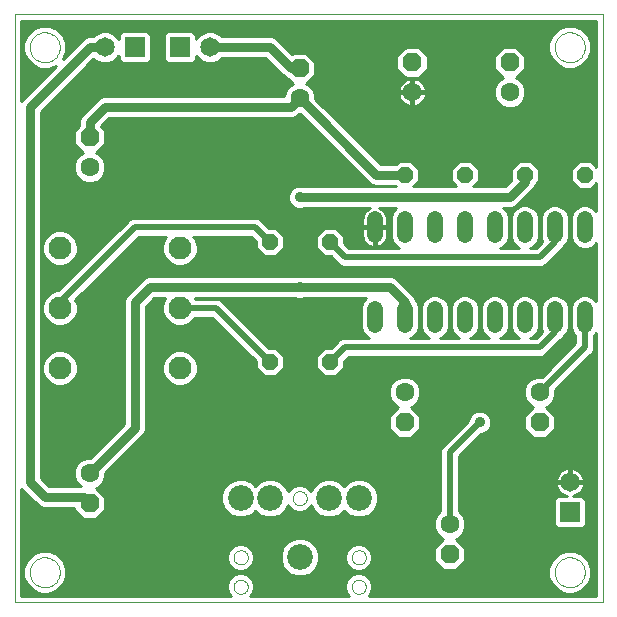
<source format=gtl>
G75*
G70*
%OFA0B0*%
%FSLAX24Y24*%
%IPPOS*%
%LPD*%
%AMOC8*
5,1,8,0,0,1.08239X$1,22.5*
%
%ADD10C,0.0000*%
%ADD11C,0.0520*%
%ADD12OC8,0.0630*%
%ADD13C,0.0630*%
%ADD14OC8,0.0520*%
%ADD15C,0.0768*%
%ADD16C,0.0860*%
%ADD17R,0.0650X0.0650*%
%ADD18C,0.0650*%
%ADD19C,0.0200*%
%ADD20C,0.0356*%
%ADD21C,0.0100*%
%ADD22C,0.0300*%
D10*
X000131Y001209D02*
X000131Y020809D01*
X019731Y020809D01*
X019731Y001209D01*
X000131Y001209D01*
X000631Y002209D02*
X000633Y002253D01*
X000639Y002297D01*
X000649Y002340D01*
X000662Y002382D01*
X000679Y002423D01*
X000700Y002462D01*
X000724Y002499D01*
X000751Y002534D01*
X000781Y002566D01*
X000814Y002596D01*
X000850Y002622D01*
X000887Y002646D01*
X000927Y002665D01*
X000968Y002682D01*
X001011Y002694D01*
X001054Y002703D01*
X001098Y002708D01*
X001142Y002709D01*
X001186Y002706D01*
X001230Y002699D01*
X001273Y002688D01*
X001315Y002674D01*
X001355Y002656D01*
X001394Y002634D01*
X001430Y002610D01*
X001464Y002582D01*
X001496Y002551D01*
X001525Y002517D01*
X001551Y002481D01*
X001573Y002443D01*
X001592Y002403D01*
X001607Y002361D01*
X001619Y002319D01*
X001627Y002275D01*
X001631Y002231D01*
X001631Y002187D01*
X001627Y002143D01*
X001619Y002099D01*
X001607Y002057D01*
X001592Y002015D01*
X001573Y001975D01*
X001551Y001937D01*
X001525Y001901D01*
X001496Y001867D01*
X001464Y001836D01*
X001430Y001808D01*
X001394Y001784D01*
X001355Y001762D01*
X001315Y001744D01*
X001273Y001730D01*
X001230Y001719D01*
X001186Y001712D01*
X001142Y001709D01*
X001098Y001710D01*
X001054Y001715D01*
X001011Y001724D01*
X000968Y001736D01*
X000927Y001753D01*
X000887Y001772D01*
X000850Y001796D01*
X000814Y001822D01*
X000781Y001852D01*
X000751Y001884D01*
X000724Y001919D01*
X000700Y001956D01*
X000679Y001995D01*
X000662Y002036D01*
X000649Y002078D01*
X000639Y002121D01*
X000633Y002165D01*
X000631Y002209D01*
X007427Y001725D02*
X007429Y001755D01*
X007435Y001785D01*
X007444Y001814D01*
X007457Y001841D01*
X007474Y001866D01*
X007493Y001889D01*
X007516Y001910D01*
X007541Y001927D01*
X007567Y001941D01*
X007596Y001951D01*
X007625Y001958D01*
X007655Y001961D01*
X007686Y001960D01*
X007716Y001955D01*
X007745Y001946D01*
X007772Y001934D01*
X007798Y001919D01*
X007822Y001900D01*
X007843Y001878D01*
X007861Y001854D01*
X007876Y001827D01*
X007887Y001799D01*
X007895Y001770D01*
X007899Y001740D01*
X007899Y001710D01*
X007895Y001680D01*
X007887Y001651D01*
X007876Y001623D01*
X007861Y001596D01*
X007843Y001572D01*
X007822Y001550D01*
X007798Y001531D01*
X007772Y001516D01*
X007745Y001504D01*
X007716Y001495D01*
X007686Y001490D01*
X007655Y001489D01*
X007625Y001492D01*
X007596Y001499D01*
X007567Y001509D01*
X007541Y001523D01*
X007516Y001540D01*
X007493Y001561D01*
X007474Y001584D01*
X007457Y001609D01*
X007444Y001636D01*
X007435Y001665D01*
X007429Y001695D01*
X007427Y001725D01*
X007427Y002709D02*
X007429Y002739D01*
X007435Y002769D01*
X007444Y002798D01*
X007457Y002825D01*
X007474Y002850D01*
X007493Y002873D01*
X007516Y002894D01*
X007541Y002911D01*
X007567Y002925D01*
X007596Y002935D01*
X007625Y002942D01*
X007655Y002945D01*
X007686Y002944D01*
X007716Y002939D01*
X007745Y002930D01*
X007772Y002918D01*
X007798Y002903D01*
X007822Y002884D01*
X007843Y002862D01*
X007861Y002838D01*
X007876Y002811D01*
X007887Y002783D01*
X007895Y002754D01*
X007899Y002724D01*
X007899Y002694D01*
X007895Y002664D01*
X007887Y002635D01*
X007876Y002607D01*
X007861Y002580D01*
X007843Y002556D01*
X007822Y002534D01*
X007798Y002515D01*
X007772Y002500D01*
X007745Y002488D01*
X007716Y002479D01*
X007686Y002474D01*
X007655Y002473D01*
X007625Y002476D01*
X007596Y002483D01*
X007567Y002493D01*
X007541Y002507D01*
X007516Y002524D01*
X007493Y002545D01*
X007474Y002568D01*
X007457Y002593D01*
X007444Y002620D01*
X007435Y002649D01*
X007429Y002679D01*
X007427Y002709D01*
X009395Y004678D02*
X009397Y004708D01*
X009403Y004738D01*
X009412Y004767D01*
X009425Y004794D01*
X009442Y004819D01*
X009461Y004842D01*
X009484Y004863D01*
X009509Y004880D01*
X009535Y004894D01*
X009564Y004904D01*
X009593Y004911D01*
X009623Y004914D01*
X009654Y004913D01*
X009684Y004908D01*
X009713Y004899D01*
X009740Y004887D01*
X009766Y004872D01*
X009790Y004853D01*
X009811Y004831D01*
X009829Y004807D01*
X009844Y004780D01*
X009855Y004752D01*
X009863Y004723D01*
X009867Y004693D01*
X009867Y004663D01*
X009863Y004633D01*
X009855Y004604D01*
X009844Y004576D01*
X009829Y004549D01*
X009811Y004525D01*
X009790Y004503D01*
X009766Y004484D01*
X009740Y004469D01*
X009713Y004457D01*
X009684Y004448D01*
X009654Y004443D01*
X009623Y004442D01*
X009593Y004445D01*
X009564Y004452D01*
X009535Y004462D01*
X009509Y004476D01*
X009484Y004493D01*
X009461Y004514D01*
X009442Y004537D01*
X009425Y004562D01*
X009412Y004589D01*
X009403Y004618D01*
X009397Y004648D01*
X009395Y004678D01*
X011364Y002709D02*
X011366Y002739D01*
X011372Y002769D01*
X011381Y002798D01*
X011394Y002825D01*
X011411Y002850D01*
X011430Y002873D01*
X011453Y002894D01*
X011478Y002911D01*
X011504Y002925D01*
X011533Y002935D01*
X011562Y002942D01*
X011592Y002945D01*
X011623Y002944D01*
X011653Y002939D01*
X011682Y002930D01*
X011709Y002918D01*
X011735Y002903D01*
X011759Y002884D01*
X011780Y002862D01*
X011798Y002838D01*
X011813Y002811D01*
X011824Y002783D01*
X011832Y002754D01*
X011836Y002724D01*
X011836Y002694D01*
X011832Y002664D01*
X011824Y002635D01*
X011813Y002607D01*
X011798Y002580D01*
X011780Y002556D01*
X011759Y002534D01*
X011735Y002515D01*
X011709Y002500D01*
X011682Y002488D01*
X011653Y002479D01*
X011623Y002474D01*
X011592Y002473D01*
X011562Y002476D01*
X011533Y002483D01*
X011504Y002493D01*
X011478Y002507D01*
X011453Y002524D01*
X011430Y002545D01*
X011411Y002568D01*
X011394Y002593D01*
X011381Y002620D01*
X011372Y002649D01*
X011366Y002679D01*
X011364Y002709D01*
X011364Y001725D02*
X011366Y001755D01*
X011372Y001785D01*
X011381Y001814D01*
X011394Y001841D01*
X011411Y001866D01*
X011430Y001889D01*
X011453Y001910D01*
X011478Y001927D01*
X011504Y001941D01*
X011533Y001951D01*
X011562Y001958D01*
X011592Y001961D01*
X011623Y001960D01*
X011653Y001955D01*
X011682Y001946D01*
X011709Y001934D01*
X011735Y001919D01*
X011759Y001900D01*
X011780Y001878D01*
X011798Y001854D01*
X011813Y001827D01*
X011824Y001799D01*
X011832Y001770D01*
X011836Y001740D01*
X011836Y001710D01*
X011832Y001680D01*
X011824Y001651D01*
X011813Y001623D01*
X011798Y001596D01*
X011780Y001572D01*
X011759Y001550D01*
X011735Y001531D01*
X011709Y001516D01*
X011682Y001504D01*
X011653Y001495D01*
X011623Y001490D01*
X011592Y001489D01*
X011562Y001492D01*
X011533Y001499D01*
X011504Y001509D01*
X011478Y001523D01*
X011453Y001540D01*
X011430Y001561D01*
X011411Y001584D01*
X011394Y001609D01*
X011381Y001636D01*
X011372Y001665D01*
X011366Y001695D01*
X011364Y001725D01*
X018131Y002209D02*
X018133Y002253D01*
X018139Y002297D01*
X018149Y002340D01*
X018162Y002382D01*
X018179Y002423D01*
X018200Y002462D01*
X018224Y002499D01*
X018251Y002534D01*
X018281Y002566D01*
X018314Y002596D01*
X018350Y002622D01*
X018387Y002646D01*
X018427Y002665D01*
X018468Y002682D01*
X018511Y002694D01*
X018554Y002703D01*
X018598Y002708D01*
X018642Y002709D01*
X018686Y002706D01*
X018730Y002699D01*
X018773Y002688D01*
X018815Y002674D01*
X018855Y002656D01*
X018894Y002634D01*
X018930Y002610D01*
X018964Y002582D01*
X018996Y002551D01*
X019025Y002517D01*
X019051Y002481D01*
X019073Y002443D01*
X019092Y002403D01*
X019107Y002361D01*
X019119Y002319D01*
X019127Y002275D01*
X019131Y002231D01*
X019131Y002187D01*
X019127Y002143D01*
X019119Y002099D01*
X019107Y002057D01*
X019092Y002015D01*
X019073Y001975D01*
X019051Y001937D01*
X019025Y001901D01*
X018996Y001867D01*
X018964Y001836D01*
X018930Y001808D01*
X018894Y001784D01*
X018855Y001762D01*
X018815Y001744D01*
X018773Y001730D01*
X018730Y001719D01*
X018686Y001712D01*
X018642Y001709D01*
X018598Y001710D01*
X018554Y001715D01*
X018511Y001724D01*
X018468Y001736D01*
X018427Y001753D01*
X018387Y001772D01*
X018350Y001796D01*
X018314Y001822D01*
X018281Y001852D01*
X018251Y001884D01*
X018224Y001919D01*
X018200Y001956D01*
X018179Y001995D01*
X018162Y002036D01*
X018149Y002078D01*
X018139Y002121D01*
X018133Y002165D01*
X018131Y002209D01*
X018131Y019709D02*
X018133Y019753D01*
X018139Y019797D01*
X018149Y019840D01*
X018162Y019882D01*
X018179Y019923D01*
X018200Y019962D01*
X018224Y019999D01*
X018251Y020034D01*
X018281Y020066D01*
X018314Y020096D01*
X018350Y020122D01*
X018387Y020146D01*
X018427Y020165D01*
X018468Y020182D01*
X018511Y020194D01*
X018554Y020203D01*
X018598Y020208D01*
X018642Y020209D01*
X018686Y020206D01*
X018730Y020199D01*
X018773Y020188D01*
X018815Y020174D01*
X018855Y020156D01*
X018894Y020134D01*
X018930Y020110D01*
X018964Y020082D01*
X018996Y020051D01*
X019025Y020017D01*
X019051Y019981D01*
X019073Y019943D01*
X019092Y019903D01*
X019107Y019861D01*
X019119Y019819D01*
X019127Y019775D01*
X019131Y019731D01*
X019131Y019687D01*
X019127Y019643D01*
X019119Y019599D01*
X019107Y019557D01*
X019092Y019515D01*
X019073Y019475D01*
X019051Y019437D01*
X019025Y019401D01*
X018996Y019367D01*
X018964Y019336D01*
X018930Y019308D01*
X018894Y019284D01*
X018855Y019262D01*
X018815Y019244D01*
X018773Y019230D01*
X018730Y019219D01*
X018686Y019212D01*
X018642Y019209D01*
X018598Y019210D01*
X018554Y019215D01*
X018511Y019224D01*
X018468Y019236D01*
X018427Y019253D01*
X018387Y019272D01*
X018350Y019296D01*
X018314Y019322D01*
X018281Y019352D01*
X018251Y019384D01*
X018224Y019419D01*
X018200Y019456D01*
X018179Y019495D01*
X018162Y019536D01*
X018149Y019578D01*
X018139Y019621D01*
X018133Y019665D01*
X018131Y019709D01*
X000631Y019709D02*
X000633Y019753D01*
X000639Y019797D01*
X000649Y019840D01*
X000662Y019882D01*
X000679Y019923D01*
X000700Y019962D01*
X000724Y019999D01*
X000751Y020034D01*
X000781Y020066D01*
X000814Y020096D01*
X000850Y020122D01*
X000887Y020146D01*
X000927Y020165D01*
X000968Y020182D01*
X001011Y020194D01*
X001054Y020203D01*
X001098Y020208D01*
X001142Y020209D01*
X001186Y020206D01*
X001230Y020199D01*
X001273Y020188D01*
X001315Y020174D01*
X001355Y020156D01*
X001394Y020134D01*
X001430Y020110D01*
X001464Y020082D01*
X001496Y020051D01*
X001525Y020017D01*
X001551Y019981D01*
X001573Y019943D01*
X001592Y019903D01*
X001607Y019861D01*
X001619Y019819D01*
X001627Y019775D01*
X001631Y019731D01*
X001631Y019687D01*
X001627Y019643D01*
X001619Y019599D01*
X001607Y019557D01*
X001592Y019515D01*
X001573Y019475D01*
X001551Y019437D01*
X001525Y019401D01*
X001496Y019367D01*
X001464Y019336D01*
X001430Y019308D01*
X001394Y019284D01*
X001355Y019262D01*
X001315Y019244D01*
X001273Y019230D01*
X001230Y019219D01*
X001186Y019212D01*
X001142Y019209D01*
X001098Y019210D01*
X001054Y019215D01*
X001011Y019224D01*
X000968Y019236D01*
X000927Y019253D01*
X000887Y019272D01*
X000850Y019296D01*
X000814Y019322D01*
X000781Y019352D01*
X000751Y019384D01*
X000724Y019419D01*
X000700Y019456D01*
X000679Y019495D01*
X000662Y019536D01*
X000649Y019578D01*
X000639Y019621D01*
X000633Y019665D01*
X000631Y019709D01*
D11*
X012131Y013969D02*
X012131Y013449D01*
X013131Y013449D02*
X013131Y013969D01*
X014131Y013969D02*
X014131Y013449D01*
X015131Y013449D02*
X015131Y013969D01*
X016131Y013969D02*
X016131Y013449D01*
X017131Y013449D02*
X017131Y013969D01*
X018131Y013969D02*
X018131Y013449D01*
X019131Y013449D02*
X019131Y013969D01*
X019131Y010969D02*
X019131Y010449D01*
X018131Y010449D02*
X018131Y010969D01*
X017131Y010969D02*
X017131Y010449D01*
X016131Y010449D02*
X016131Y010969D01*
X015131Y010969D02*
X015131Y010449D01*
X014131Y010449D02*
X014131Y010969D01*
X013131Y010969D02*
X013131Y010449D01*
X012131Y010449D02*
X012131Y010969D01*
D12*
X013131Y007209D03*
X014631Y002809D03*
X017631Y007209D03*
X009631Y019009D03*
X013381Y019209D03*
X016631Y019209D03*
X002631Y016709D03*
X002631Y004509D03*
D13*
X002631Y005509D03*
X002631Y015709D03*
X009631Y018009D03*
X013381Y018209D03*
X016631Y018209D03*
X017631Y008209D03*
X014631Y003809D03*
X013131Y008209D03*
D14*
X010631Y009209D03*
X008631Y009209D03*
X008631Y013209D03*
X010631Y013209D03*
X013131Y015459D03*
X015131Y015459D03*
X017131Y015459D03*
X019131Y015459D03*
D15*
X005631Y013009D03*
X005631Y011009D03*
X005631Y009009D03*
X001631Y009009D03*
X001631Y011009D03*
X001631Y013009D03*
D16*
X007663Y004678D03*
X008647Y004678D03*
X010615Y004678D03*
X011600Y004678D03*
X009631Y002709D03*
D17*
X018631Y004209D03*
X005631Y019709D03*
X004131Y019709D03*
D18*
X003131Y019709D03*
X006631Y019709D03*
X018631Y005209D03*
D19*
X017631Y008209D02*
X018131Y008709D01*
X019131Y009709D01*
X019131Y010709D01*
X018131Y010709D02*
X018131Y010209D01*
X017631Y009709D01*
X011131Y009709D01*
X010631Y009209D01*
X008631Y009209D02*
X006831Y011009D01*
X005631Y011009D01*
X004131Y013709D02*
X008131Y013709D01*
X008631Y013209D01*
X010631Y013209D02*
X011131Y012709D01*
X017631Y012709D01*
X018131Y013209D01*
X018131Y013709D01*
X015631Y007209D02*
X014631Y006209D01*
X014631Y003809D01*
X004131Y013709D02*
X001631Y011209D01*
X001631Y011009D01*
D20*
X009631Y011709D03*
X009631Y014709D03*
X015631Y007209D03*
D21*
X015389Y007516D02*
X013567Y007516D01*
X013656Y007427D02*
X013351Y007732D01*
X013428Y007764D01*
X013576Y007912D01*
X013656Y008105D01*
X013656Y008314D01*
X013576Y008507D01*
X013428Y008654D01*
X013235Y008734D01*
X013027Y008734D01*
X012834Y008654D01*
X012686Y008507D01*
X012606Y008314D01*
X012606Y008105D01*
X012686Y007912D01*
X012834Y007764D01*
X012911Y007732D01*
X012606Y007427D01*
X012606Y006992D01*
X012914Y006684D01*
X013348Y006684D01*
X013656Y006992D01*
X013656Y007427D01*
X013656Y007418D02*
X015297Y007418D01*
X015302Y007429D02*
X015243Y007287D01*
X015243Y007260D01*
X014368Y006385D01*
X014321Y006271D01*
X014321Y006148D01*
X014321Y004242D01*
X014186Y004107D01*
X014106Y003914D01*
X014106Y003705D01*
X014186Y003512D01*
X014334Y003364D01*
X014411Y003332D01*
X014106Y003027D01*
X014106Y002592D01*
X014414Y002284D01*
X014848Y002284D01*
X015156Y002592D01*
X015156Y003027D01*
X014851Y003332D01*
X014928Y003364D01*
X015076Y003512D01*
X015156Y003705D01*
X015156Y003914D01*
X015076Y004107D01*
X014941Y004242D01*
X014941Y006081D01*
X015681Y006821D01*
X015708Y006821D01*
X015851Y006880D01*
X015960Y006990D01*
X016019Y007132D01*
X016019Y007287D01*
X015960Y007429D01*
X015851Y007538D01*
X015708Y007598D01*
X015554Y007598D01*
X015411Y007538D01*
X015302Y007429D01*
X015256Y007319D02*
X013656Y007319D01*
X013656Y007221D02*
X015204Y007221D01*
X015105Y007122D02*
X013656Y007122D01*
X013656Y007024D02*
X015007Y007024D01*
X014908Y006925D02*
X013589Y006925D01*
X013490Y006826D02*
X014810Y006826D01*
X014711Y006728D02*
X013392Y006728D01*
X012870Y006728D02*
X004359Y006728D01*
X004436Y006806D02*
X004491Y006938D01*
X004491Y007081D01*
X004491Y011060D01*
X004780Y011349D01*
X005131Y011349D01*
X005128Y011346D01*
X005037Y011128D01*
X005037Y010891D01*
X005128Y010673D01*
X005295Y010506D01*
X005513Y010416D01*
X005749Y010416D01*
X005967Y010506D01*
X006134Y010673D01*
X006145Y010699D01*
X006703Y010699D01*
X008161Y009241D01*
X008161Y009015D01*
X008436Y008739D01*
X008826Y008739D01*
X009101Y009015D01*
X009101Y009404D01*
X008826Y009679D01*
X008599Y009679D01*
X007007Y011272D01*
X006893Y011319D01*
X006769Y011319D01*
X006145Y011319D01*
X006134Y011346D01*
X006131Y011349D01*
X009486Y011349D01*
X009554Y011321D01*
X009708Y011321D01*
X009776Y011349D01*
X011846Y011349D01*
X011733Y011236D01*
X011661Y011063D01*
X011661Y010356D01*
X011733Y010183D01*
X011865Y010051D01*
X011941Y010019D01*
X011069Y010019D01*
X010955Y009972D01*
X010868Y009885D01*
X010663Y009679D01*
X010436Y009679D01*
X010161Y009404D01*
X010161Y009015D01*
X010436Y008739D01*
X010826Y008739D01*
X011101Y009015D01*
X011101Y009241D01*
X011259Y009399D01*
X017569Y009399D01*
X017693Y009399D01*
X017807Y009447D01*
X018307Y009947D01*
X018394Y010034D01*
X018403Y010057D01*
X018529Y010183D01*
X018601Y010356D01*
X018601Y011063D01*
X018529Y011236D01*
X018397Y011368D01*
X018224Y011439D01*
X018038Y011439D01*
X017865Y011368D01*
X017733Y011236D01*
X017661Y011063D01*
X017661Y010356D01*
X017713Y010230D01*
X017503Y010019D01*
X017321Y010019D01*
X017397Y010051D01*
X017529Y010183D01*
X017601Y010356D01*
X017601Y011063D01*
X017529Y011236D01*
X017397Y011368D01*
X017224Y011439D01*
X017038Y011439D01*
X016865Y011368D01*
X016733Y011236D01*
X016661Y011063D01*
X016661Y010356D01*
X016733Y010183D01*
X016865Y010051D01*
X016941Y010019D01*
X016321Y010019D01*
X016397Y010051D01*
X016529Y010183D01*
X016601Y010356D01*
X016601Y011063D01*
X016529Y011236D01*
X016397Y011368D01*
X016224Y011439D01*
X016038Y011439D01*
X015865Y011368D01*
X015733Y011236D01*
X015661Y011063D01*
X015661Y010356D01*
X015733Y010183D01*
X015865Y010051D01*
X015941Y010019D01*
X015321Y010019D01*
X015397Y010051D01*
X015529Y010183D01*
X015601Y010356D01*
X015601Y011063D01*
X015529Y011236D01*
X015397Y011368D01*
X015224Y011439D01*
X015038Y011439D01*
X014865Y011368D01*
X014733Y011236D01*
X014661Y011063D01*
X014661Y010356D01*
X014733Y010183D01*
X014865Y010051D01*
X014941Y010019D01*
X014321Y010019D01*
X014397Y010051D01*
X014529Y010183D01*
X014601Y010356D01*
X014601Y011063D01*
X014529Y011236D01*
X014397Y011368D01*
X014224Y011439D01*
X014038Y011439D01*
X013865Y011368D01*
X013733Y011236D01*
X013661Y011063D01*
X013661Y010356D01*
X013733Y010183D01*
X013865Y010051D01*
X013941Y010019D01*
X013321Y010019D01*
X013397Y010051D01*
X013529Y010183D01*
X013601Y010356D01*
X013601Y011063D01*
X013529Y011236D01*
X013491Y011274D01*
X013491Y011281D01*
X013436Y011413D01*
X012835Y012015D01*
X012703Y012069D01*
X012559Y012069D01*
X009776Y012069D01*
X009708Y012098D01*
X009554Y012098D01*
X009486Y012069D01*
X004703Y012069D01*
X004559Y012069D01*
X004427Y012015D01*
X003927Y011515D01*
X003826Y011413D01*
X003771Y011281D01*
X003771Y007159D01*
X002647Y006034D01*
X002527Y006034D01*
X002334Y005954D01*
X002186Y005807D01*
X002106Y005614D01*
X002106Y005405D01*
X002186Y005212D01*
X002329Y005069D01*
X001280Y005069D01*
X000991Y005359D01*
X000991Y017560D01*
X002757Y019327D01*
X002828Y019256D01*
X003025Y019174D01*
X003237Y019174D01*
X003434Y019256D01*
X003585Y019406D01*
X003596Y019434D01*
X003596Y019297D01*
X003719Y019174D01*
X004543Y019174D01*
X004666Y019297D01*
X004666Y020121D01*
X004543Y020244D01*
X003719Y020244D01*
X003596Y020121D01*
X003596Y019985D01*
X003585Y020012D01*
X003434Y020163D01*
X003237Y020244D01*
X003025Y020244D01*
X002828Y020163D01*
X002734Y020069D01*
X002703Y020069D01*
X002559Y020069D01*
X002427Y020015D01*
X001742Y019330D01*
X001841Y019568D01*
X001841Y019851D01*
X001733Y020112D01*
X001533Y020311D01*
X001272Y020419D01*
X000990Y020419D01*
X000729Y020311D01*
X000529Y020112D01*
X000421Y019851D01*
X000421Y019568D01*
X000529Y019307D01*
X000729Y019108D01*
X000990Y018999D01*
X001272Y018999D01*
X001511Y019098D01*
X000427Y018015D01*
X000341Y017928D01*
X000341Y020599D01*
X019521Y020599D01*
X019521Y015734D01*
X019326Y015929D01*
X018936Y015929D01*
X018661Y015654D01*
X018661Y015265D01*
X018936Y014989D01*
X019326Y014989D01*
X019521Y015185D01*
X019521Y014244D01*
X019397Y014368D01*
X019224Y014439D01*
X019038Y014439D01*
X018865Y014368D01*
X018733Y014236D01*
X018661Y014063D01*
X018661Y013356D01*
X018733Y013183D01*
X018865Y013051D01*
X019038Y012979D01*
X019224Y012979D01*
X019397Y013051D01*
X019521Y013175D01*
X019521Y011244D01*
X019397Y011368D01*
X019224Y011439D01*
X019038Y011439D01*
X018865Y011368D01*
X018733Y011236D01*
X018661Y011063D01*
X018661Y010356D01*
X018733Y010183D01*
X018821Y010095D01*
X018821Y009838D01*
X017868Y008885D01*
X017718Y008734D01*
X017527Y008734D01*
X017334Y008654D01*
X017186Y008507D01*
X017106Y008314D01*
X017106Y008105D01*
X017186Y007912D01*
X017334Y007764D01*
X017411Y007732D01*
X017106Y007427D01*
X017106Y006992D01*
X017414Y006684D01*
X017848Y006684D01*
X018156Y006992D01*
X018156Y007427D01*
X017851Y007732D01*
X017928Y007764D01*
X018076Y007912D01*
X018156Y008105D01*
X018156Y008296D01*
X018307Y008447D01*
X019307Y009447D01*
X019394Y009534D01*
X019441Y009648D01*
X019441Y010095D01*
X019521Y010175D01*
X019521Y001419D01*
X011925Y001419D01*
X011978Y001472D01*
X012046Y001636D01*
X012046Y001814D01*
X011978Y001978D01*
X011852Y002103D01*
X011688Y002171D01*
X011511Y002171D01*
X011347Y002103D01*
X011221Y001978D01*
X011153Y001814D01*
X011153Y001636D01*
X011221Y001472D01*
X011274Y001419D01*
X007988Y001419D01*
X008041Y001472D01*
X008109Y001636D01*
X008109Y001814D01*
X008041Y001978D01*
X007915Y002103D01*
X007751Y002171D01*
X007574Y002171D01*
X007410Y002103D01*
X007284Y001978D01*
X007216Y001814D01*
X007216Y001636D01*
X007284Y001472D01*
X007337Y001419D01*
X000341Y001419D01*
X000341Y004990D01*
X000826Y004506D01*
X000927Y004404D01*
X001059Y004349D01*
X002106Y004349D01*
X002106Y004292D01*
X002414Y003984D01*
X002848Y003984D01*
X003156Y004292D01*
X003156Y004727D01*
X002851Y005032D01*
X002928Y005064D01*
X003076Y005212D01*
X003156Y005405D01*
X003156Y005525D01*
X004436Y006806D01*
X004445Y006826D02*
X012772Y006826D01*
X012673Y006925D02*
X004486Y006925D01*
X004491Y007024D02*
X012606Y007024D01*
X012606Y007122D02*
X004491Y007122D01*
X004491Y007221D02*
X012606Y007221D01*
X012606Y007319D02*
X004491Y007319D01*
X004491Y007418D02*
X012606Y007418D01*
X012695Y007516D02*
X004491Y007516D01*
X004491Y007615D02*
X012794Y007615D01*
X012892Y007713D02*
X004491Y007713D01*
X004491Y007812D02*
X012786Y007812D01*
X012688Y007910D02*
X004491Y007910D01*
X004491Y008009D02*
X012646Y008009D01*
X012606Y008107D02*
X004491Y008107D01*
X004491Y008206D02*
X012606Y008206D01*
X012606Y008305D02*
X004491Y008305D01*
X004491Y008403D02*
X012643Y008403D01*
X012684Y008502D02*
X005957Y008502D01*
X005967Y008506D02*
X006134Y008673D01*
X006225Y008891D01*
X006225Y009128D01*
X006134Y009346D01*
X005967Y009513D01*
X005749Y009603D01*
X005513Y009603D01*
X005295Y009513D01*
X005128Y009346D01*
X005037Y009128D01*
X005037Y008891D01*
X005128Y008673D01*
X005295Y008506D01*
X005513Y008416D01*
X005749Y008416D01*
X005967Y008506D01*
X006062Y008600D02*
X012779Y008600D01*
X012940Y008699D02*
X006145Y008699D01*
X006186Y008797D02*
X008379Y008797D01*
X008280Y008896D02*
X006225Y008896D01*
X006225Y008994D02*
X008181Y008994D01*
X008161Y009093D02*
X006225Y009093D01*
X006198Y009191D02*
X008161Y009191D01*
X008112Y009290D02*
X006158Y009290D01*
X006092Y009389D02*
X008014Y009389D01*
X007915Y009487D02*
X005993Y009487D01*
X005792Y009586D02*
X007816Y009586D01*
X007718Y009684D02*
X004491Y009684D01*
X004491Y009586D02*
X005470Y009586D01*
X005269Y009487D02*
X004491Y009487D01*
X004491Y009389D02*
X005170Y009389D01*
X005104Y009290D02*
X004491Y009290D01*
X004491Y009191D02*
X005064Y009191D01*
X005037Y009093D02*
X004491Y009093D01*
X004491Y008994D02*
X005037Y008994D01*
X005037Y008896D02*
X004491Y008896D01*
X004491Y008797D02*
X005076Y008797D01*
X005117Y008699D02*
X004491Y008699D01*
X004491Y008600D02*
X005200Y008600D01*
X005305Y008502D02*
X004491Y008502D01*
X003771Y008502D02*
X001957Y008502D01*
X001967Y008506D02*
X002134Y008673D01*
X002225Y008891D01*
X002225Y009128D01*
X002134Y009346D01*
X001967Y009513D01*
X001749Y009603D01*
X001513Y009603D01*
X001295Y009513D01*
X001128Y009346D01*
X001037Y009128D01*
X001037Y008891D01*
X001128Y008673D01*
X001295Y008506D01*
X001513Y008416D01*
X001749Y008416D01*
X001967Y008506D01*
X002062Y008600D02*
X003771Y008600D01*
X003771Y008699D02*
X002145Y008699D01*
X002186Y008797D02*
X003771Y008797D01*
X003771Y008896D02*
X002225Y008896D01*
X002225Y008994D02*
X003771Y008994D01*
X003771Y009093D02*
X002225Y009093D01*
X002198Y009191D02*
X003771Y009191D01*
X003771Y009290D02*
X002158Y009290D01*
X002092Y009389D02*
X003771Y009389D01*
X003771Y009487D02*
X001993Y009487D01*
X001792Y009586D02*
X003771Y009586D01*
X003771Y009684D02*
X000991Y009684D01*
X000991Y009586D02*
X001470Y009586D01*
X001269Y009487D02*
X000991Y009487D01*
X000991Y009389D02*
X001170Y009389D01*
X001104Y009290D02*
X000991Y009290D01*
X000991Y009191D02*
X001064Y009191D01*
X001037Y009093D02*
X000991Y009093D01*
X000991Y008994D02*
X001037Y008994D01*
X001037Y008896D02*
X000991Y008896D01*
X000991Y008797D02*
X001076Y008797D01*
X001117Y008699D02*
X000991Y008699D01*
X000991Y008600D02*
X001200Y008600D01*
X001305Y008502D02*
X000991Y008502D01*
X000991Y008403D02*
X003771Y008403D01*
X003771Y008305D02*
X000991Y008305D01*
X000991Y008206D02*
X003771Y008206D01*
X003771Y008107D02*
X000991Y008107D01*
X000991Y008009D02*
X003771Y008009D01*
X003771Y007910D02*
X000991Y007910D01*
X000991Y007812D02*
X003771Y007812D01*
X003771Y007713D02*
X000991Y007713D01*
X000991Y007615D02*
X003771Y007615D01*
X003771Y007516D02*
X000991Y007516D01*
X000991Y007418D02*
X003771Y007418D01*
X003771Y007319D02*
X000991Y007319D01*
X000991Y007221D02*
X003771Y007221D01*
X003735Y007122D02*
X000991Y007122D01*
X000991Y007024D02*
X003636Y007024D01*
X003537Y006925D02*
X000991Y006925D01*
X000991Y006826D02*
X003439Y006826D01*
X003340Y006728D02*
X000991Y006728D01*
X000991Y006629D02*
X003242Y006629D01*
X003143Y006531D02*
X000991Y006531D01*
X000991Y006432D02*
X003045Y006432D01*
X002946Y006334D02*
X000991Y006334D01*
X000991Y006235D02*
X002848Y006235D01*
X002749Y006137D02*
X000991Y006137D01*
X000991Y006038D02*
X002651Y006038D01*
X002319Y005940D02*
X000991Y005940D01*
X000991Y005841D02*
X002220Y005841D01*
X002159Y005742D02*
X000991Y005742D01*
X000991Y005644D02*
X002119Y005644D01*
X002106Y005545D02*
X000991Y005545D01*
X000991Y005447D02*
X002106Y005447D01*
X002129Y005348D02*
X001001Y005348D01*
X001100Y005250D02*
X002170Y005250D01*
X002247Y005151D02*
X001198Y005151D01*
X000673Y004658D02*
X000341Y004658D01*
X000341Y004560D02*
X000771Y004560D01*
X000870Y004461D02*
X000341Y004461D01*
X000341Y004363D02*
X001027Y004363D01*
X000574Y004757D02*
X000341Y004757D01*
X000341Y004856D02*
X000476Y004856D01*
X000377Y004954D02*
X000341Y004954D01*
X000341Y004264D02*
X002134Y004264D01*
X002232Y004166D02*
X000341Y004166D01*
X000341Y004067D02*
X002331Y004067D01*
X002931Y004067D02*
X007465Y004067D01*
X007535Y004038D02*
X007790Y004038D01*
X008025Y004135D01*
X008155Y004265D01*
X008284Y004135D01*
X008519Y004038D01*
X008774Y004038D01*
X009009Y004135D01*
X009189Y004315D01*
X009244Y004447D01*
X009253Y004425D01*
X009378Y004300D01*
X009542Y004232D01*
X009720Y004232D01*
X009884Y004300D01*
X010009Y004425D01*
X010018Y004447D01*
X010073Y004315D01*
X010253Y004135D01*
X010488Y004038D01*
X010743Y004038D01*
X010978Y004135D01*
X011107Y004265D01*
X011237Y004135D01*
X011472Y004038D01*
X011727Y004038D01*
X011962Y004135D01*
X012142Y004315D01*
X012239Y004551D01*
X012239Y004805D01*
X012142Y005040D01*
X011962Y005220D01*
X011727Y005318D01*
X011472Y005318D01*
X011237Y005220D01*
X011107Y005091D01*
X010978Y005220D01*
X010743Y005318D01*
X010488Y005318D01*
X010253Y005220D01*
X010073Y005040D01*
X010018Y004909D01*
X010009Y004931D01*
X009884Y005056D01*
X009720Y005124D01*
X009542Y005124D01*
X009378Y005056D01*
X009253Y004931D01*
X009244Y004909D01*
X009189Y005040D01*
X009009Y005220D01*
X008774Y005318D01*
X008519Y005318D01*
X008284Y005220D01*
X008155Y005091D01*
X008025Y005220D01*
X007790Y005318D01*
X007535Y005318D01*
X007300Y005220D01*
X007120Y005040D01*
X007023Y004805D01*
X007023Y004551D01*
X007120Y004315D01*
X007300Y004135D01*
X007535Y004038D01*
X007270Y004166D02*
X003030Y004166D01*
X003128Y004264D02*
X007171Y004264D01*
X007100Y004363D02*
X003156Y004363D01*
X003156Y004461D02*
X007059Y004461D01*
X007023Y004560D02*
X003156Y004560D01*
X003156Y004658D02*
X007023Y004658D01*
X007023Y004757D02*
X003126Y004757D01*
X003027Y004856D02*
X007043Y004856D01*
X007084Y004954D02*
X002929Y004954D01*
X002900Y005053D02*
X007132Y005053D01*
X007231Y005151D02*
X003015Y005151D01*
X003092Y005250D02*
X007371Y005250D01*
X007954Y005250D02*
X008355Y005250D01*
X008215Y005151D02*
X008094Y005151D01*
X008154Y004264D02*
X008155Y004264D01*
X008254Y004166D02*
X008055Y004166D01*
X007860Y004067D02*
X008449Y004067D01*
X008845Y004067D02*
X010417Y004067D01*
X010222Y004166D02*
X009040Y004166D01*
X009138Y004264D02*
X009464Y004264D01*
X009315Y004363D02*
X009209Y004363D01*
X009225Y004954D02*
X009276Y004954D01*
X009177Y005053D02*
X009375Y005053D01*
X009079Y005151D02*
X010183Y005151D01*
X010085Y005053D02*
X009887Y005053D01*
X009986Y004954D02*
X010037Y004954D01*
X010323Y005250D02*
X008939Y005250D01*
X009798Y004264D02*
X010124Y004264D01*
X010053Y004363D02*
X009947Y004363D01*
X010813Y004067D02*
X011402Y004067D01*
X011207Y004166D02*
X011008Y004166D01*
X011107Y004264D02*
X011108Y004264D01*
X011797Y004067D02*
X014170Y004067D01*
X014129Y003969D02*
X000341Y003969D01*
X000341Y003870D02*
X014106Y003870D01*
X014106Y003772D02*
X000341Y003772D01*
X000341Y003673D02*
X014119Y003673D01*
X014160Y003574D02*
X000341Y003574D01*
X000341Y003476D02*
X014222Y003476D01*
X014321Y003377D02*
X000341Y003377D01*
X000341Y003279D02*
X009333Y003279D01*
X009268Y003252D02*
X009504Y003349D01*
X009758Y003349D01*
X009994Y003252D01*
X010174Y003072D01*
X010271Y002837D01*
X010271Y002582D01*
X010174Y002347D01*
X009994Y002167D01*
X009758Y002069D01*
X009504Y002069D01*
X009268Y002167D01*
X009088Y002347D01*
X008991Y002582D01*
X008991Y002837D01*
X009088Y003072D01*
X009268Y003252D01*
X009197Y003180D02*
X000341Y003180D01*
X000341Y003082D02*
X007404Y003082D01*
X007410Y003088D02*
X007284Y002962D01*
X007216Y002798D01*
X007216Y002621D01*
X007284Y002457D01*
X007410Y002331D01*
X007574Y002263D01*
X007751Y002263D01*
X007915Y002331D01*
X008041Y002457D01*
X008109Y002621D01*
X008109Y002798D01*
X008041Y002962D01*
X007915Y003088D01*
X007751Y003156D01*
X007574Y003156D01*
X007410Y003088D01*
X007305Y002983D02*
X000341Y002983D01*
X000341Y002885D02*
X000906Y002885D01*
X000990Y002919D02*
X000729Y002811D01*
X000529Y002612D01*
X000421Y002351D01*
X000421Y002068D01*
X000529Y001807D01*
X000729Y001608D01*
X000990Y001499D01*
X001272Y001499D01*
X001533Y001608D01*
X001733Y001807D01*
X001841Y002068D01*
X001841Y002351D01*
X001733Y002612D01*
X001533Y002811D01*
X001272Y002919D01*
X000990Y002919D01*
X000704Y002786D02*
X000341Y002786D01*
X000341Y002688D02*
X000605Y002688D01*
X000520Y002589D02*
X000341Y002589D01*
X000341Y002491D02*
X000479Y002491D01*
X000438Y002392D02*
X000341Y002392D01*
X000341Y002293D02*
X000421Y002293D01*
X000421Y002195D02*
X000341Y002195D01*
X000341Y002096D02*
X000421Y002096D01*
X000450Y001998D02*
X000341Y001998D01*
X000341Y001899D02*
X000491Y001899D01*
X000536Y001801D02*
X000341Y001801D01*
X000341Y001702D02*
X000634Y001702D01*
X000738Y001604D02*
X000341Y001604D01*
X000341Y001505D02*
X000976Y001505D01*
X001286Y001505D02*
X007271Y001505D01*
X007230Y001604D02*
X001524Y001604D01*
X001628Y001702D02*
X007216Y001702D01*
X007216Y001801D02*
X001726Y001801D01*
X001771Y001899D02*
X007252Y001899D01*
X007304Y001998D02*
X001812Y001998D01*
X001841Y002096D02*
X007403Y002096D01*
X007501Y002293D02*
X001841Y002293D01*
X001841Y002195D02*
X009240Y002195D01*
X009142Y002293D02*
X007824Y002293D01*
X007976Y002392D02*
X009070Y002392D01*
X009029Y002491D02*
X008055Y002491D01*
X008096Y002589D02*
X008991Y002589D01*
X008991Y002688D02*
X008109Y002688D01*
X008109Y002786D02*
X008991Y002786D01*
X009011Y002885D02*
X008073Y002885D01*
X008020Y002983D02*
X009052Y002983D01*
X009098Y003082D02*
X007921Y003082D01*
X007252Y002885D02*
X001356Y002885D01*
X001558Y002786D02*
X007216Y002786D01*
X007216Y002688D02*
X001657Y002688D01*
X001742Y002589D02*
X007229Y002589D01*
X007270Y002491D02*
X001783Y002491D01*
X001824Y002392D02*
X007349Y002392D01*
X007922Y002096D02*
X009439Y002096D01*
X009823Y002096D02*
X011340Y002096D01*
X011241Y001998D02*
X008021Y001998D01*
X008073Y001899D02*
X011189Y001899D01*
X011153Y001801D02*
X008109Y001801D01*
X008109Y001702D02*
X011153Y001702D01*
X011167Y001604D02*
X008095Y001604D01*
X008054Y001505D02*
X011208Y001505D01*
X011511Y002263D02*
X011688Y002263D01*
X011852Y002331D01*
X011978Y002457D01*
X012046Y002621D01*
X012046Y002798D01*
X011978Y002962D01*
X011852Y003088D01*
X011688Y003156D01*
X011511Y003156D01*
X011347Y003088D01*
X011221Y002962D01*
X011153Y002798D01*
X011153Y002621D01*
X011221Y002457D01*
X011347Y002331D01*
X011511Y002263D01*
X011438Y002293D02*
X010120Y002293D01*
X010192Y002392D02*
X011286Y002392D01*
X011207Y002491D02*
X010233Y002491D01*
X010271Y002589D02*
X011166Y002589D01*
X011153Y002688D02*
X010271Y002688D01*
X010271Y002786D02*
X011153Y002786D01*
X011189Y002885D02*
X010251Y002885D01*
X010210Y002983D02*
X011242Y002983D01*
X011341Y003082D02*
X010164Y003082D01*
X010065Y003180D02*
X014259Y003180D01*
X014161Y003082D02*
X011858Y003082D01*
X011957Y002983D02*
X014106Y002983D01*
X014106Y002885D02*
X012010Y002885D01*
X012046Y002786D02*
X014106Y002786D01*
X014106Y002688D02*
X012046Y002688D01*
X012033Y002589D02*
X014109Y002589D01*
X014207Y002491D02*
X011992Y002491D01*
X011913Y002392D02*
X014306Y002392D01*
X014405Y002293D02*
X011761Y002293D01*
X011859Y002096D02*
X017921Y002096D01*
X017921Y002068D02*
X018029Y001807D01*
X018229Y001608D01*
X018490Y001499D01*
X018772Y001499D01*
X019033Y001608D01*
X019233Y001807D01*
X019341Y002068D01*
X019341Y002351D01*
X019233Y002612D01*
X019033Y002811D01*
X018772Y002919D01*
X018490Y002919D01*
X018229Y002811D01*
X018029Y002612D01*
X017921Y002351D01*
X017921Y002068D01*
X017950Y001998D02*
X011958Y001998D01*
X012010Y001899D02*
X017991Y001899D01*
X018036Y001801D02*
X012046Y001801D01*
X012046Y001702D02*
X018134Y001702D01*
X018238Y001604D02*
X012032Y001604D01*
X011991Y001505D02*
X018476Y001505D01*
X018786Y001505D02*
X019521Y001505D01*
X019521Y001604D02*
X019024Y001604D01*
X019128Y001702D02*
X019521Y001702D01*
X019521Y001801D02*
X019226Y001801D01*
X019271Y001899D02*
X019521Y001899D01*
X019521Y001998D02*
X019312Y001998D01*
X019341Y002096D02*
X019521Y002096D01*
X019521Y002195D02*
X019341Y002195D01*
X019341Y002293D02*
X019521Y002293D01*
X019521Y002392D02*
X019324Y002392D01*
X019283Y002491D02*
X019521Y002491D01*
X019521Y002589D02*
X019242Y002589D01*
X019157Y002688D02*
X019521Y002688D01*
X019521Y002786D02*
X019058Y002786D01*
X018856Y002885D02*
X019521Y002885D01*
X019521Y002983D02*
X015156Y002983D01*
X015156Y002885D02*
X018406Y002885D01*
X018204Y002786D02*
X015156Y002786D01*
X015156Y002688D02*
X018105Y002688D01*
X018020Y002589D02*
X015153Y002589D01*
X015055Y002491D02*
X017979Y002491D01*
X017938Y002392D02*
X014956Y002392D01*
X014857Y002293D02*
X017921Y002293D01*
X017921Y002195D02*
X010022Y002195D01*
X009929Y003279D02*
X014358Y003279D01*
X014904Y003279D02*
X019521Y003279D01*
X019521Y003377D02*
X014941Y003377D01*
X015040Y003476D02*
X019521Y003476D01*
X019521Y003574D02*
X015102Y003574D01*
X015143Y003673D02*
X019521Y003673D01*
X019521Y003772D02*
X019140Y003772D01*
X019166Y003797D02*
X019166Y004621D01*
X019043Y004744D01*
X018731Y004744D01*
X018742Y004746D01*
X018813Y004769D01*
X018880Y004803D01*
X018940Y004847D01*
X018993Y004900D01*
X019037Y004960D01*
X019071Y005027D01*
X019094Y005098D01*
X019106Y005172D01*
X018669Y005172D01*
X018669Y005247D01*
X019106Y005247D01*
X019094Y005321D01*
X019071Y005392D01*
X019037Y005458D01*
X018993Y005519D01*
X018940Y005572D01*
X018880Y005616D01*
X018813Y005650D01*
X018742Y005673D01*
X018669Y005684D01*
X018669Y005247D01*
X018593Y005247D01*
X018593Y005172D01*
X018156Y005172D01*
X018168Y005098D01*
X018191Y005027D01*
X018225Y004960D01*
X018269Y004900D01*
X018322Y004847D01*
X018382Y004803D01*
X018449Y004769D01*
X018520Y004746D01*
X018531Y004744D01*
X018219Y004744D01*
X018096Y004621D01*
X018096Y003797D01*
X018219Y003674D01*
X019043Y003674D01*
X019166Y003797D01*
X019166Y003870D02*
X019521Y003870D01*
X019521Y003969D02*
X019166Y003969D01*
X019166Y004067D02*
X019521Y004067D01*
X019521Y004166D02*
X019166Y004166D01*
X019166Y004264D02*
X019521Y004264D01*
X019521Y004363D02*
X019166Y004363D01*
X019166Y004461D02*
X019521Y004461D01*
X019521Y004560D02*
X019166Y004560D01*
X019129Y004658D02*
X019521Y004658D01*
X019521Y004757D02*
X018776Y004757D01*
X018949Y004856D02*
X019521Y004856D01*
X019521Y004954D02*
X019033Y004954D01*
X019079Y005053D02*
X019521Y005053D01*
X019521Y005151D02*
X019103Y005151D01*
X019106Y005250D02*
X019521Y005250D01*
X019521Y005348D02*
X019085Y005348D01*
X019043Y005447D02*
X019521Y005447D01*
X019521Y005545D02*
X018967Y005545D01*
X018825Y005644D02*
X019521Y005644D01*
X019521Y005742D02*
X014941Y005742D01*
X014941Y005644D02*
X018437Y005644D01*
X018449Y005650D02*
X018382Y005616D01*
X018322Y005572D01*
X018269Y005519D01*
X018225Y005458D01*
X018191Y005392D01*
X018168Y005321D01*
X018156Y005247D01*
X018593Y005247D01*
X018593Y005684D01*
X018520Y005673D01*
X018449Y005650D01*
X018593Y005644D02*
X018669Y005644D01*
X018669Y005545D02*
X018593Y005545D01*
X018593Y005447D02*
X018669Y005447D01*
X018669Y005348D02*
X018593Y005348D01*
X018593Y005250D02*
X018669Y005250D01*
X018295Y005545D02*
X014941Y005545D01*
X014941Y005447D02*
X018219Y005447D01*
X018177Y005348D02*
X014941Y005348D01*
X014941Y005250D02*
X018156Y005250D01*
X018159Y005151D02*
X014941Y005151D01*
X014941Y005053D02*
X018183Y005053D01*
X018229Y004954D02*
X014941Y004954D01*
X014941Y004856D02*
X018313Y004856D01*
X018486Y004757D02*
X014941Y004757D01*
X014941Y004658D02*
X018133Y004658D01*
X018096Y004560D02*
X014941Y004560D01*
X014941Y004461D02*
X018096Y004461D01*
X018096Y004363D02*
X014941Y004363D01*
X014941Y004264D02*
X018096Y004264D01*
X018096Y004166D02*
X015017Y004166D01*
X015092Y004067D02*
X018096Y004067D01*
X018096Y003969D02*
X015133Y003969D01*
X015156Y003870D02*
X018096Y003870D01*
X018122Y003772D02*
X015156Y003772D01*
X015003Y003180D02*
X019521Y003180D01*
X019521Y003082D02*
X015101Y003082D01*
X014245Y004166D02*
X011992Y004166D01*
X012091Y004264D02*
X014321Y004264D01*
X014321Y004363D02*
X012162Y004363D01*
X012202Y004461D02*
X014321Y004461D01*
X014321Y004560D02*
X012239Y004560D01*
X012239Y004658D02*
X014321Y004658D01*
X014321Y004757D02*
X012239Y004757D01*
X012219Y004856D02*
X014321Y004856D01*
X014321Y004954D02*
X012178Y004954D01*
X012130Y005053D02*
X014321Y005053D01*
X014321Y005151D02*
X012031Y005151D01*
X011891Y005250D02*
X014321Y005250D01*
X014321Y005348D02*
X003132Y005348D01*
X003156Y005447D02*
X014321Y005447D01*
X014321Y005545D02*
X003176Y005545D01*
X003275Y005644D02*
X014321Y005644D01*
X014321Y005742D02*
X003373Y005742D01*
X003472Y005841D02*
X014321Y005841D01*
X014321Y005940D02*
X003570Y005940D01*
X003669Y006038D02*
X014321Y006038D01*
X014321Y006137D02*
X003767Y006137D01*
X003866Y006235D02*
X014321Y006235D01*
X014347Y006334D02*
X003964Y006334D01*
X004063Y006432D02*
X014415Y006432D01*
X014514Y006531D02*
X004161Y006531D01*
X004260Y006629D02*
X014613Y006629D01*
X014997Y006137D02*
X019521Y006137D01*
X019521Y006235D02*
X015095Y006235D01*
X015194Y006334D02*
X019521Y006334D01*
X019521Y006432D02*
X015292Y006432D01*
X015391Y006531D02*
X019521Y006531D01*
X019521Y006629D02*
X015489Y006629D01*
X015588Y006728D02*
X017370Y006728D01*
X017272Y006826D02*
X015720Y006826D01*
X015895Y006925D02*
X017173Y006925D01*
X017106Y007024D02*
X015974Y007024D01*
X016015Y007122D02*
X017106Y007122D01*
X017106Y007221D02*
X016019Y007221D01*
X016006Y007319D02*
X017106Y007319D01*
X017106Y007418D02*
X015965Y007418D01*
X015873Y007516D02*
X017195Y007516D01*
X017294Y007615D02*
X013468Y007615D01*
X013370Y007713D02*
X017392Y007713D01*
X017286Y007812D02*
X013476Y007812D01*
X013574Y007910D02*
X017188Y007910D01*
X017146Y008009D02*
X013616Y008009D01*
X013656Y008107D02*
X017106Y008107D01*
X017106Y008206D02*
X013656Y008206D01*
X013656Y008305D02*
X017106Y008305D01*
X017143Y008403D02*
X013619Y008403D01*
X013578Y008502D02*
X017184Y008502D01*
X017279Y008600D02*
X013483Y008600D01*
X013322Y008699D02*
X017440Y008699D01*
X017780Y008797D02*
X010884Y008797D01*
X010982Y008896D02*
X017879Y008896D01*
X017978Y008994D02*
X011081Y008994D01*
X011101Y009093D02*
X018076Y009093D01*
X018175Y009191D02*
X011101Y009191D01*
X011150Y009290D02*
X018273Y009290D01*
X018372Y009389D02*
X011249Y009389D01*
X010766Y009783D02*
X008496Y009783D01*
X008398Y009881D02*
X010864Y009881D01*
X010974Y009980D02*
X008299Y009980D01*
X008200Y010078D02*
X011837Y010078D01*
X011739Y010177D02*
X008102Y010177D01*
X008003Y010275D02*
X011694Y010275D01*
X011661Y010374D02*
X007905Y010374D01*
X007806Y010473D02*
X011661Y010473D01*
X011661Y010571D02*
X007708Y010571D01*
X007609Y010670D02*
X011661Y010670D01*
X011661Y010768D02*
X007511Y010768D01*
X007412Y010867D02*
X011661Y010867D01*
X011661Y010965D02*
X007314Y010965D01*
X007215Y011064D02*
X011661Y011064D01*
X011702Y011162D02*
X007116Y011162D01*
X007018Y011261D02*
X011758Y011261D01*
X012751Y012049D02*
X019521Y012049D01*
X019521Y011951D02*
X012899Y011951D01*
X012997Y011852D02*
X019521Y011852D01*
X019521Y011754D02*
X013096Y011754D01*
X013194Y011655D02*
X019521Y011655D01*
X019521Y011556D02*
X013293Y011556D01*
X013392Y011458D02*
X019521Y011458D01*
X019521Y011359D02*
X019406Y011359D01*
X019504Y011261D02*
X019521Y011261D01*
X018856Y011359D02*
X018406Y011359D01*
X018504Y011261D02*
X018758Y011261D01*
X018702Y011162D02*
X018560Y011162D01*
X018601Y011064D02*
X018661Y011064D01*
X018661Y010965D02*
X018601Y010965D01*
X018601Y010867D02*
X018661Y010867D01*
X018661Y010768D02*
X018601Y010768D01*
X018601Y010670D02*
X018661Y010670D01*
X018661Y010571D02*
X018601Y010571D01*
X018601Y010473D02*
X018661Y010473D01*
X018661Y010374D02*
X018601Y010374D01*
X018568Y010275D02*
X018694Y010275D01*
X018739Y010177D02*
X018523Y010177D01*
X018425Y010078D02*
X018821Y010078D01*
X018821Y009980D02*
X018340Y009980D01*
X018241Y009881D02*
X018821Y009881D01*
X018766Y009783D02*
X018143Y009783D01*
X018044Y009684D02*
X018667Y009684D01*
X018569Y009586D02*
X017946Y009586D01*
X017847Y009487D02*
X018470Y009487D01*
X018953Y009093D02*
X019521Y009093D01*
X019521Y009191D02*
X019051Y009191D01*
X019150Y009290D02*
X019521Y009290D01*
X019521Y009389D02*
X019249Y009389D01*
X019347Y009487D02*
X019521Y009487D01*
X019521Y009586D02*
X019415Y009586D01*
X019441Y009684D02*
X019521Y009684D01*
X019521Y009783D02*
X019441Y009783D01*
X019441Y009881D02*
X019521Y009881D01*
X019521Y009980D02*
X019441Y009980D01*
X019441Y010078D02*
X019521Y010078D01*
X019521Y008994D02*
X018854Y008994D01*
X018756Y008896D02*
X019521Y008896D01*
X019521Y008797D02*
X018657Y008797D01*
X018559Y008699D02*
X019521Y008699D01*
X019521Y008600D02*
X018460Y008600D01*
X018362Y008502D02*
X019521Y008502D01*
X019521Y008403D02*
X018263Y008403D01*
X018165Y008305D02*
X019521Y008305D01*
X019521Y008206D02*
X018156Y008206D01*
X018156Y008107D02*
X019521Y008107D01*
X019521Y008009D02*
X018116Y008009D01*
X018074Y007910D02*
X019521Y007910D01*
X019521Y007812D02*
X017976Y007812D01*
X017870Y007713D02*
X019521Y007713D01*
X019521Y007615D02*
X017968Y007615D01*
X018067Y007516D02*
X019521Y007516D01*
X019521Y007418D02*
X018156Y007418D01*
X018156Y007319D02*
X019521Y007319D01*
X019521Y007221D02*
X018156Y007221D01*
X018156Y007122D02*
X019521Y007122D01*
X019521Y007024D02*
X018156Y007024D01*
X018089Y006925D02*
X019521Y006925D01*
X019521Y006826D02*
X017990Y006826D01*
X017892Y006728D02*
X019521Y006728D01*
X019521Y006038D02*
X014941Y006038D01*
X014941Y005940D02*
X019521Y005940D01*
X019521Y005841D02*
X014941Y005841D01*
X011308Y005250D02*
X010907Y005250D01*
X011047Y005151D02*
X011168Y005151D01*
X010379Y008797D02*
X008884Y008797D01*
X008982Y008896D02*
X010280Y008896D01*
X010181Y008994D02*
X009081Y008994D01*
X009101Y009093D02*
X010161Y009093D01*
X010161Y009191D02*
X009101Y009191D01*
X009101Y009290D02*
X010161Y009290D01*
X010161Y009389D02*
X009101Y009389D01*
X009018Y009487D02*
X010244Y009487D01*
X010343Y009586D02*
X008919Y009586D01*
X008595Y009684D02*
X010667Y009684D01*
X011069Y012399D02*
X011193Y012399D01*
X017693Y012399D01*
X017807Y012447D01*
X017894Y012534D01*
X018394Y013034D01*
X018403Y013057D01*
X018529Y013183D01*
X018601Y013356D01*
X018601Y014063D01*
X018529Y014236D01*
X018397Y014368D01*
X018224Y014439D01*
X018038Y014439D01*
X017865Y014368D01*
X017733Y014236D01*
X017661Y014063D01*
X017661Y013356D01*
X017713Y013230D01*
X017503Y013019D01*
X017321Y013019D01*
X017397Y013051D01*
X017529Y013183D01*
X017601Y013356D01*
X017601Y014063D01*
X017529Y014236D01*
X017397Y014368D01*
X017224Y014439D01*
X017038Y014439D01*
X016865Y014368D01*
X016733Y014236D01*
X016661Y014063D01*
X016661Y013356D01*
X016733Y013183D01*
X016865Y013051D01*
X016941Y013019D01*
X016321Y013019D01*
X016397Y013051D01*
X016529Y013183D01*
X016601Y013356D01*
X016601Y014063D01*
X016529Y014236D01*
X016416Y014349D01*
X016703Y014349D01*
X016835Y014404D01*
X016936Y014506D01*
X017436Y015006D01*
X018920Y015006D01*
X018822Y015104D02*
X017477Y015104D01*
X017491Y015138D02*
X017491Y015155D01*
X017601Y015265D01*
X017601Y015654D01*
X017326Y015929D01*
X016936Y015929D01*
X016661Y015654D01*
X016661Y015265D01*
X016669Y015257D01*
X016482Y015069D01*
X015406Y015069D01*
X015601Y015265D01*
X015601Y015654D01*
X015326Y015929D01*
X014936Y015929D01*
X014661Y015654D01*
X014661Y015265D01*
X014856Y015069D01*
X013406Y015069D01*
X013601Y015265D01*
X013601Y015654D01*
X013326Y015929D01*
X012936Y015929D01*
X012826Y015819D01*
X012330Y015819D01*
X010156Y017994D01*
X010156Y018114D01*
X010076Y018307D01*
X009928Y018454D01*
X009928Y018455D02*
X012984Y018455D01*
X012983Y018453D02*
X012950Y018388D01*
X012927Y018318D01*
X012916Y018246D01*
X012916Y018239D01*
X013351Y018239D01*
X013351Y018179D01*
X013411Y018179D01*
X013411Y017744D01*
X013418Y017744D01*
X013490Y017756D01*
X013559Y017779D01*
X013625Y017812D01*
X013684Y017855D01*
X013736Y017906D01*
X013779Y017966D01*
X013812Y018031D01*
X013835Y018101D01*
X013846Y018173D01*
X013846Y018179D01*
X013411Y018179D01*
X013411Y018239D01*
X013846Y018239D01*
X013846Y018246D01*
X013835Y018318D01*
X013812Y018388D01*
X013779Y018453D01*
X013736Y018512D01*
X013684Y018564D01*
X013625Y018607D01*
X013559Y018640D01*
X013490Y018663D01*
X013418Y018674D01*
X013411Y018674D01*
X013411Y018240D01*
X013351Y018240D01*
X013351Y018674D01*
X013344Y018674D01*
X013272Y018663D01*
X013203Y018640D01*
X013137Y018607D01*
X013078Y018564D01*
X013026Y018512D01*
X012983Y018453D01*
X012940Y018356D02*
X010027Y018356D01*
X010097Y018257D02*
X012918Y018257D01*
X012916Y018179D02*
X012916Y018173D01*
X012927Y018101D01*
X012950Y018031D01*
X012983Y017966D01*
X013026Y017906D01*
X013078Y017855D01*
X013137Y017812D01*
X013203Y017779D01*
X013272Y017756D01*
X013344Y017744D01*
X013351Y017744D01*
X013351Y018179D01*
X012916Y018179D01*
X012918Y018159D02*
X010137Y018159D01*
X010156Y018060D02*
X012941Y018060D01*
X012986Y017962D02*
X010188Y017962D01*
X010286Y017863D02*
X013070Y017863D01*
X013245Y017765D02*
X010385Y017765D01*
X010483Y017666D02*
X019521Y017666D01*
X019521Y017568D02*
X010582Y017568D01*
X010680Y017469D02*
X019521Y017469D01*
X019521Y017371D02*
X010779Y017371D01*
X010878Y017272D02*
X019521Y017272D01*
X019521Y017173D02*
X010976Y017173D01*
X011075Y017075D02*
X019521Y017075D01*
X019521Y016976D02*
X011173Y016976D01*
X011272Y016878D02*
X019521Y016878D01*
X019521Y016779D02*
X011370Y016779D01*
X011469Y016681D02*
X019521Y016681D01*
X019521Y016582D02*
X011567Y016582D01*
X011666Y016484D02*
X019521Y016484D01*
X019521Y016385D02*
X011764Y016385D01*
X011863Y016287D02*
X019521Y016287D01*
X019521Y016188D02*
X011961Y016188D01*
X012060Y016089D02*
X019521Y016089D01*
X019521Y015991D02*
X012159Y015991D01*
X012257Y015892D02*
X012899Y015892D01*
X013363Y015892D02*
X014899Y015892D01*
X014801Y015794D02*
X013461Y015794D01*
X013560Y015695D02*
X014702Y015695D01*
X014661Y015597D02*
X013601Y015597D01*
X013601Y015498D02*
X014661Y015498D01*
X014661Y015400D02*
X013601Y015400D01*
X013601Y015301D02*
X014661Y015301D01*
X014723Y015203D02*
X013539Y015203D01*
X013440Y015104D02*
X014822Y015104D01*
X015440Y015104D02*
X016517Y015104D01*
X016615Y015203D02*
X015539Y015203D01*
X015601Y015301D02*
X016661Y015301D01*
X016661Y015400D02*
X015601Y015400D01*
X015601Y015498D02*
X016661Y015498D01*
X016661Y015597D02*
X015601Y015597D01*
X015560Y015695D02*
X016702Y015695D01*
X016801Y015794D02*
X015461Y015794D01*
X015363Y015892D02*
X016899Y015892D01*
X017363Y015892D02*
X018899Y015892D01*
X018801Y015794D02*
X017461Y015794D01*
X017560Y015695D02*
X018702Y015695D01*
X018661Y015597D02*
X017601Y015597D01*
X017601Y015498D02*
X018661Y015498D01*
X018661Y015400D02*
X017601Y015400D01*
X017601Y015301D02*
X018661Y015301D01*
X018723Y015203D02*
X017539Y015203D01*
X017491Y015138D02*
X017436Y015006D01*
X017338Y014907D02*
X019521Y014907D01*
X019521Y015006D02*
X019342Y015006D01*
X019440Y015104D02*
X019521Y015104D01*
X019521Y014808D02*
X017239Y014808D01*
X017141Y014710D02*
X019521Y014710D01*
X019521Y014611D02*
X017042Y014611D01*
X016943Y014513D02*
X019521Y014513D01*
X019521Y014414D02*
X019285Y014414D01*
X019449Y014316D02*
X019521Y014316D01*
X018977Y014414D02*
X018285Y014414D01*
X018449Y014316D02*
X018813Y014316D01*
X018725Y014217D02*
X018537Y014217D01*
X018578Y014119D02*
X018684Y014119D01*
X018661Y014020D02*
X018601Y014020D01*
X018601Y013922D02*
X018661Y013922D01*
X018661Y013823D02*
X018601Y013823D01*
X018601Y013724D02*
X018661Y013724D01*
X018661Y013626D02*
X018601Y013626D01*
X018601Y013527D02*
X018661Y013527D01*
X018661Y013429D02*
X018601Y013429D01*
X018590Y013330D02*
X018672Y013330D01*
X018712Y013232D02*
X018550Y013232D01*
X018479Y013133D02*
X018783Y013133D01*
X018904Y013035D02*
X018394Y013035D01*
X018296Y012936D02*
X019521Y012936D01*
X019521Y012838D02*
X018198Y012838D01*
X018099Y012739D02*
X019521Y012739D01*
X019521Y012640D02*
X018000Y012640D01*
X017902Y012542D02*
X019521Y012542D01*
X019521Y012443D02*
X017799Y012443D01*
X017518Y013035D02*
X017358Y013035D01*
X017479Y013133D02*
X017616Y013133D01*
X017550Y013232D02*
X017712Y013232D01*
X017672Y013330D02*
X017590Y013330D01*
X017601Y013429D02*
X017661Y013429D01*
X017661Y013527D02*
X017601Y013527D01*
X017601Y013626D02*
X017661Y013626D01*
X017661Y013724D02*
X017601Y013724D01*
X017601Y013823D02*
X017661Y013823D01*
X017661Y013922D02*
X017601Y013922D01*
X017601Y014020D02*
X017661Y014020D01*
X017684Y014119D02*
X017578Y014119D01*
X017537Y014217D02*
X017725Y014217D01*
X017813Y014316D02*
X017449Y014316D01*
X017285Y014414D02*
X017977Y014414D01*
X016977Y014414D02*
X016845Y014414D01*
X016813Y014316D02*
X016449Y014316D01*
X016537Y014217D02*
X016725Y014217D01*
X016684Y014119D02*
X016578Y014119D01*
X016601Y014020D02*
X016661Y014020D01*
X016661Y013922D02*
X016601Y013922D01*
X016601Y013823D02*
X016661Y013823D01*
X016661Y013724D02*
X016601Y013724D01*
X016601Y013626D02*
X016661Y013626D01*
X016661Y013527D02*
X016601Y013527D01*
X016601Y013429D02*
X016661Y013429D01*
X016672Y013330D02*
X016590Y013330D01*
X016550Y013232D02*
X016712Y013232D01*
X016783Y013133D02*
X016479Y013133D01*
X016358Y013035D02*
X016904Y013035D01*
X016856Y011359D02*
X016406Y011359D01*
X016504Y011261D02*
X016758Y011261D01*
X016702Y011162D02*
X016560Y011162D01*
X016601Y011064D02*
X016661Y011064D01*
X016661Y010965D02*
X016601Y010965D01*
X016601Y010867D02*
X016661Y010867D01*
X016661Y010768D02*
X016601Y010768D01*
X016601Y010670D02*
X016661Y010670D01*
X016661Y010571D02*
X016601Y010571D01*
X016601Y010473D02*
X016661Y010473D01*
X016661Y010374D02*
X016601Y010374D01*
X016568Y010275D02*
X016694Y010275D01*
X016739Y010177D02*
X016523Y010177D01*
X016425Y010078D02*
X016837Y010078D01*
X017425Y010078D02*
X017562Y010078D01*
X017523Y010177D02*
X017660Y010177D01*
X017694Y010275D02*
X017568Y010275D01*
X017601Y010374D02*
X017661Y010374D01*
X017661Y010473D02*
X017601Y010473D01*
X017601Y010571D02*
X017661Y010571D01*
X017661Y010670D02*
X017601Y010670D01*
X017601Y010768D02*
X017661Y010768D01*
X017661Y010867D02*
X017601Y010867D01*
X017601Y010965D02*
X017661Y010965D01*
X017661Y011064D02*
X017601Y011064D01*
X017560Y011162D02*
X017702Y011162D01*
X017758Y011261D02*
X017504Y011261D01*
X017406Y011359D02*
X017856Y011359D01*
X019521Y012148D02*
X003008Y012148D01*
X003106Y012246D02*
X019521Y012246D01*
X019521Y012345D02*
X003205Y012345D01*
X003303Y012443D02*
X005446Y012443D01*
X005513Y012416D02*
X005749Y012416D01*
X005967Y012506D01*
X006134Y012673D01*
X006225Y012891D01*
X006225Y013128D01*
X006134Y013346D01*
X006081Y013399D01*
X008003Y013399D01*
X008161Y013241D01*
X008161Y013015D01*
X008436Y012739D01*
X008826Y012739D01*
X009101Y013015D01*
X009101Y013404D01*
X008826Y013679D01*
X008599Y013679D01*
X008307Y013972D01*
X008193Y014019D01*
X008069Y014019D01*
X004069Y014019D01*
X003955Y013972D01*
X003868Y013885D01*
X001586Y011603D01*
X001513Y011603D01*
X001295Y011513D01*
X001128Y011346D01*
X001037Y011128D01*
X001037Y010891D01*
X001128Y010673D01*
X001295Y010506D01*
X001513Y010416D01*
X001749Y010416D01*
X001967Y010506D01*
X002134Y010673D01*
X002225Y010891D01*
X002225Y011128D01*
X002155Y011295D01*
X004259Y013399D01*
X005181Y013399D01*
X005128Y013346D01*
X005037Y013128D01*
X005037Y012891D01*
X005128Y012673D01*
X005295Y012506D01*
X005513Y012416D01*
X005259Y012542D02*
X003402Y012542D01*
X003500Y012640D02*
X005160Y012640D01*
X005100Y012739D02*
X003599Y012739D01*
X003697Y012838D02*
X005059Y012838D01*
X005037Y012936D02*
X003796Y012936D01*
X003895Y013035D02*
X005037Y013035D01*
X005040Y013133D02*
X003993Y013133D01*
X004092Y013232D02*
X005080Y013232D01*
X005121Y013330D02*
X004190Y013330D01*
X003708Y013724D02*
X000991Y013724D01*
X000991Y013626D02*
X003609Y013626D01*
X003511Y013527D02*
X001932Y013527D01*
X001967Y013513D02*
X001749Y013603D01*
X001513Y013603D01*
X001295Y013513D01*
X001128Y013346D01*
X001037Y013128D01*
X001037Y012891D01*
X001128Y012673D01*
X001295Y012506D01*
X001513Y012416D01*
X001749Y012416D01*
X001967Y012506D01*
X002134Y012673D01*
X002225Y012891D01*
X002225Y013128D01*
X002134Y013346D01*
X001967Y013513D01*
X002051Y013429D02*
X003412Y013429D01*
X003313Y013330D02*
X002141Y013330D01*
X002182Y013232D02*
X003215Y013232D01*
X003116Y013133D02*
X002223Y013133D01*
X002225Y013035D02*
X003018Y013035D01*
X002919Y012936D02*
X002225Y012936D01*
X002203Y012838D02*
X002821Y012838D01*
X002722Y012739D02*
X002162Y012739D01*
X002102Y012640D02*
X002624Y012640D01*
X002525Y012542D02*
X002003Y012542D01*
X001816Y012443D02*
X002427Y012443D01*
X002328Y012345D02*
X000991Y012345D01*
X000991Y012443D02*
X001446Y012443D01*
X001259Y012542D02*
X000991Y012542D01*
X000991Y012640D02*
X001160Y012640D01*
X001100Y012739D02*
X000991Y012739D01*
X000991Y012838D02*
X001059Y012838D01*
X001037Y012936D02*
X000991Y012936D01*
X000991Y013035D02*
X001037Y013035D01*
X001040Y013133D02*
X000991Y013133D01*
X000991Y013232D02*
X001080Y013232D01*
X001121Y013330D02*
X000991Y013330D01*
X000991Y013429D02*
X001211Y013429D01*
X001330Y013527D02*
X000991Y013527D01*
X000991Y013823D02*
X003806Y013823D01*
X003905Y013922D02*
X000991Y013922D01*
X000991Y014020D02*
X011724Y014020D01*
X011721Y014002D02*
X011731Y014065D01*
X011751Y014127D01*
X011780Y014184D01*
X011818Y014237D01*
X011864Y014282D01*
X011916Y014320D01*
X011974Y014349D01*
X011974Y014349D01*
X009776Y014349D01*
X009708Y014321D01*
X009554Y014321D01*
X009411Y014380D01*
X009302Y014490D01*
X009243Y014632D01*
X009243Y014787D01*
X009302Y014929D01*
X009411Y015038D01*
X009554Y015098D01*
X009708Y015098D01*
X009776Y015069D01*
X012856Y015069D01*
X012826Y015099D01*
X012253Y015099D01*
X012109Y015099D01*
X011977Y015154D01*
X009647Y017484D01*
X009615Y017484D01*
X009535Y017404D01*
X009403Y017349D01*
X009259Y017349D01*
X003280Y017349D01*
X003007Y017076D01*
X003156Y016927D01*
X003156Y016492D01*
X002851Y016187D01*
X002928Y016154D01*
X003076Y016007D01*
X003156Y015814D01*
X003156Y015605D01*
X003076Y015412D01*
X002928Y015264D01*
X002735Y015184D01*
X002527Y015184D01*
X002334Y015264D01*
X002186Y015412D01*
X002106Y015605D01*
X002106Y015814D01*
X002186Y016007D01*
X002334Y016154D01*
X002411Y016187D01*
X002106Y016492D01*
X002106Y016927D01*
X002271Y017092D01*
X002271Y017138D01*
X002271Y017281D01*
X002326Y017413D01*
X002826Y017913D01*
X002927Y018015D01*
X003059Y018069D01*
X009106Y018069D01*
X009106Y018114D01*
X009186Y018307D01*
X009334Y018454D01*
X009334Y018455D02*
X001885Y018455D01*
X001984Y018553D02*
X009345Y018553D01*
X009411Y018487D02*
X009334Y018454D01*
X009411Y018487D02*
X009241Y018657D01*
X009127Y018704D01*
X008482Y019349D01*
X007028Y019349D01*
X006934Y019256D01*
X006737Y019174D01*
X006525Y019174D01*
X006328Y019256D01*
X006177Y019406D01*
X006166Y019434D01*
X006166Y019297D01*
X006043Y019174D01*
X005219Y019174D01*
X005096Y019297D01*
X005096Y020121D01*
X005219Y020244D01*
X006043Y020244D01*
X006166Y020121D01*
X006166Y019985D01*
X006177Y020012D01*
X006328Y020163D01*
X006525Y020244D01*
X006737Y020244D01*
X006934Y020163D01*
X007028Y020069D01*
X008703Y020069D01*
X008835Y020015D01*
X008936Y019913D01*
X009364Y019485D01*
X009414Y019534D01*
X009848Y019534D01*
X010156Y019227D01*
X010156Y018792D01*
X009851Y018487D01*
X009928Y018454D01*
X009917Y018553D02*
X013067Y018553D01*
X013164Y018684D02*
X013598Y018684D01*
X013906Y018992D01*
X013906Y019427D01*
X013598Y019734D01*
X013164Y019734D01*
X012856Y019427D01*
X012856Y018992D01*
X013164Y018684D01*
X013237Y018652D02*
X010016Y018652D01*
X010114Y018750D02*
X013098Y018750D01*
X012999Y018849D02*
X010156Y018849D01*
X010156Y018947D02*
X012901Y018947D01*
X012856Y019046D02*
X010156Y019046D01*
X010156Y019144D02*
X012856Y019144D01*
X012856Y019243D02*
X010140Y019243D01*
X010041Y019341D02*
X012856Y019341D01*
X012869Y019440D02*
X009943Y019440D01*
X009311Y019539D02*
X012968Y019539D01*
X013066Y019637D02*
X009212Y019637D01*
X009114Y019736D02*
X017921Y019736D01*
X017921Y019834D02*
X009015Y019834D01*
X008917Y019933D02*
X017955Y019933D01*
X017921Y019851D02*
X017921Y019568D01*
X018029Y019307D01*
X018229Y019108D01*
X018490Y018999D01*
X018772Y018999D01*
X019033Y019108D01*
X019233Y019307D01*
X019341Y019568D01*
X019341Y019851D01*
X019233Y020112D01*
X019033Y020311D01*
X018772Y020419D01*
X018490Y020419D01*
X018229Y020311D01*
X018029Y020112D01*
X017921Y019851D01*
X017996Y020031D02*
X008795Y020031D01*
X008490Y019341D02*
X007020Y019341D01*
X006903Y019243D02*
X008588Y019243D01*
X008687Y019144D02*
X002575Y019144D01*
X002476Y019046D02*
X008786Y019046D01*
X008884Y018947D02*
X002378Y018947D01*
X002279Y018849D02*
X008983Y018849D01*
X009081Y018750D02*
X002181Y018750D01*
X002082Y018652D02*
X009246Y018652D01*
X009235Y018356D02*
X001787Y018356D01*
X001688Y018257D02*
X009166Y018257D01*
X009125Y018159D02*
X001590Y018159D01*
X001491Y018060D02*
X003038Y018060D01*
X002874Y017962D02*
X001392Y017962D01*
X001294Y017863D02*
X002776Y017863D01*
X002677Y017765D02*
X001195Y017765D01*
X001097Y017666D02*
X002579Y017666D01*
X002480Y017568D02*
X000998Y017568D01*
X000991Y017469D02*
X002382Y017469D01*
X002308Y017371D02*
X000991Y017371D01*
X000991Y017272D02*
X002271Y017272D01*
X002271Y017173D02*
X000991Y017173D01*
X000991Y017075D02*
X002254Y017075D01*
X002156Y016976D02*
X000991Y016976D01*
X000991Y016878D02*
X002106Y016878D01*
X002106Y016779D02*
X000991Y016779D01*
X000991Y016681D02*
X002106Y016681D01*
X002106Y016582D02*
X000991Y016582D01*
X000991Y016484D02*
X002114Y016484D01*
X002213Y016385D02*
X000991Y016385D01*
X000991Y016287D02*
X002311Y016287D01*
X002410Y016188D02*
X000991Y016188D01*
X000991Y016089D02*
X002269Y016089D01*
X002179Y015991D02*
X000991Y015991D01*
X000991Y015892D02*
X002139Y015892D01*
X002106Y015794D02*
X000991Y015794D01*
X000991Y015695D02*
X002106Y015695D01*
X002109Y015597D02*
X000991Y015597D01*
X000991Y015498D02*
X002150Y015498D01*
X002198Y015400D02*
X000991Y015400D01*
X000991Y015301D02*
X002297Y015301D01*
X002483Y015203D02*
X000991Y015203D01*
X000991Y015104D02*
X012098Y015104D01*
X011929Y015203D02*
X002779Y015203D01*
X002965Y015301D02*
X011830Y015301D01*
X011732Y015400D02*
X003064Y015400D01*
X003112Y015498D02*
X011633Y015498D01*
X011535Y015597D02*
X003153Y015597D01*
X003156Y015695D02*
X011436Y015695D01*
X011337Y015794D02*
X003156Y015794D01*
X003123Y015892D02*
X011239Y015892D01*
X011140Y015991D02*
X003083Y015991D01*
X002993Y016089D02*
X011042Y016089D01*
X010943Y016188D02*
X002852Y016188D01*
X002951Y016287D02*
X010845Y016287D01*
X010746Y016385D02*
X003049Y016385D01*
X003148Y016484D02*
X010648Y016484D01*
X010549Y016582D02*
X003156Y016582D01*
X003156Y016681D02*
X010451Y016681D01*
X010352Y016779D02*
X003156Y016779D01*
X003156Y016878D02*
X010254Y016878D01*
X010155Y016976D02*
X003106Y016976D01*
X003008Y017075D02*
X010056Y017075D01*
X009958Y017173D02*
X003104Y017173D01*
X003203Y017272D02*
X009859Y017272D01*
X009761Y017371D02*
X009454Y017371D01*
X009600Y017469D02*
X009662Y017469D01*
X009378Y015006D02*
X000991Y015006D01*
X000991Y014907D02*
X009293Y014907D01*
X009252Y014808D02*
X000991Y014808D01*
X000991Y014710D02*
X009243Y014710D01*
X009252Y014611D02*
X000991Y014611D01*
X000991Y014513D02*
X009292Y014513D01*
X009377Y014414D02*
X000991Y014414D01*
X000991Y014316D02*
X011910Y014316D01*
X011804Y014217D02*
X000991Y014217D01*
X000991Y014119D02*
X011748Y014119D01*
X011721Y014002D02*
X011721Y013739D01*
X012101Y013739D01*
X012101Y013679D01*
X012161Y013679D01*
X012161Y013039D01*
X012163Y013039D01*
X012227Y013050D01*
X012288Y013069D01*
X012346Y013099D01*
X012398Y013137D01*
X012444Y013182D01*
X012482Y013235D01*
X012511Y013292D01*
X012531Y013353D01*
X012541Y013417D01*
X012541Y013679D01*
X012161Y013679D01*
X012161Y013739D01*
X012541Y013739D01*
X012541Y014002D01*
X012531Y014065D01*
X012511Y014127D01*
X012482Y014184D01*
X012444Y014237D01*
X012398Y014282D01*
X012346Y014320D01*
X012288Y014349D01*
X012846Y014349D01*
X012733Y014236D01*
X012661Y014063D01*
X012661Y013356D01*
X012733Y013183D01*
X012865Y013051D01*
X012941Y013019D01*
X011259Y013019D01*
X011101Y013178D01*
X011101Y013404D01*
X010826Y013679D01*
X010436Y013679D01*
X010161Y013404D01*
X010161Y013015D01*
X010436Y012739D01*
X010663Y012739D01*
X006162Y012739D01*
X006203Y012838D02*
X008338Y012838D01*
X008240Y012936D02*
X006225Y012936D01*
X006225Y013035D02*
X008161Y013035D01*
X008161Y013133D02*
X006223Y013133D01*
X006182Y013232D02*
X008161Y013232D01*
X008072Y013330D02*
X006141Y013330D01*
X006102Y012640D02*
X010762Y012640D01*
X010860Y012542D02*
X006003Y012542D01*
X005816Y012443D02*
X010963Y012443D01*
X010955Y012447D02*
X011069Y012399D01*
X010955Y012447D02*
X010663Y012739D01*
X010338Y012838D02*
X008924Y012838D01*
X009022Y012936D02*
X010240Y012936D01*
X010161Y013035D02*
X009101Y013035D01*
X009101Y013133D02*
X010161Y013133D01*
X010161Y013232D02*
X009101Y013232D01*
X009101Y013330D02*
X010161Y013330D01*
X010186Y013429D02*
X009076Y013429D01*
X008978Y013527D02*
X010284Y013527D01*
X010383Y013626D02*
X008879Y013626D01*
X008554Y013724D02*
X012101Y013724D01*
X012101Y013679D02*
X011721Y013679D01*
X011721Y013417D01*
X011731Y013353D01*
X011751Y013292D01*
X011780Y013235D01*
X011818Y013182D01*
X011864Y013137D01*
X011916Y013099D01*
X011974Y013069D01*
X012035Y013050D01*
X012099Y013039D01*
X012101Y013039D01*
X012101Y013679D01*
X012101Y013626D02*
X012161Y013626D01*
X012161Y013724D02*
X012661Y013724D01*
X012661Y013626D02*
X012541Y013626D01*
X012541Y013527D02*
X012661Y013527D01*
X012661Y013429D02*
X012541Y013429D01*
X012523Y013330D02*
X012672Y013330D01*
X012712Y013232D02*
X012480Y013232D01*
X012393Y013133D02*
X012783Y013133D01*
X012904Y013035D02*
X011244Y013035D01*
X011146Y013133D02*
X011869Y013133D01*
X011782Y013232D02*
X011101Y013232D01*
X011101Y013330D02*
X011739Y013330D01*
X011721Y013429D02*
X011076Y013429D01*
X010978Y013527D02*
X011721Y013527D01*
X011721Y013626D02*
X010879Y013626D01*
X011721Y013823D02*
X008456Y013823D01*
X008357Y013922D02*
X011721Y013922D01*
X012101Y013527D02*
X012161Y013527D01*
X012161Y013429D02*
X012101Y013429D01*
X012101Y013330D02*
X012161Y013330D01*
X012161Y013232D02*
X012101Y013232D01*
X012101Y013133D02*
X012161Y013133D01*
X012541Y013823D02*
X012661Y013823D01*
X012661Y013922D02*
X012541Y013922D01*
X012538Y014020D02*
X012661Y014020D01*
X012684Y014119D02*
X012514Y014119D01*
X012458Y014217D02*
X012725Y014217D01*
X012813Y014316D02*
X012352Y014316D01*
X012288Y014349D02*
X012288Y014349D01*
X013459Y011359D02*
X013856Y011359D01*
X013758Y011261D02*
X013504Y011261D01*
X013560Y011162D02*
X013702Y011162D01*
X013661Y011064D02*
X013601Y011064D01*
X013601Y010965D02*
X013661Y010965D01*
X013661Y010867D02*
X013601Y010867D01*
X013601Y010768D02*
X013661Y010768D01*
X013661Y010670D02*
X013601Y010670D01*
X013601Y010571D02*
X013661Y010571D01*
X013661Y010473D02*
X013601Y010473D01*
X013601Y010374D02*
X013661Y010374D01*
X013694Y010275D02*
X013568Y010275D01*
X013523Y010177D02*
X013739Y010177D01*
X013837Y010078D02*
X013425Y010078D01*
X014425Y010078D02*
X014837Y010078D01*
X014739Y010177D02*
X014523Y010177D01*
X014568Y010275D02*
X014694Y010275D01*
X014661Y010374D02*
X014601Y010374D01*
X014601Y010473D02*
X014661Y010473D01*
X014661Y010571D02*
X014601Y010571D01*
X014601Y010670D02*
X014661Y010670D01*
X014661Y010768D02*
X014601Y010768D01*
X014601Y010867D02*
X014661Y010867D01*
X014661Y010965D02*
X014601Y010965D01*
X014601Y011064D02*
X014661Y011064D01*
X014702Y011162D02*
X014560Y011162D01*
X014504Y011261D02*
X014758Y011261D01*
X014856Y011359D02*
X014406Y011359D01*
X015406Y011359D02*
X015856Y011359D01*
X015758Y011261D02*
X015504Y011261D01*
X015560Y011162D02*
X015702Y011162D01*
X015661Y011064D02*
X015601Y011064D01*
X015601Y010965D02*
X015661Y010965D01*
X015661Y010867D02*
X015601Y010867D01*
X015601Y010768D02*
X015661Y010768D01*
X015661Y010670D02*
X015601Y010670D01*
X015601Y010571D02*
X015661Y010571D01*
X015661Y010473D02*
X015601Y010473D01*
X015601Y010374D02*
X015661Y010374D01*
X015694Y010275D02*
X015568Y010275D01*
X015523Y010177D02*
X015739Y010177D01*
X015837Y010078D02*
X015425Y010078D01*
X019358Y013035D02*
X019521Y013035D01*
X019521Y013133D02*
X019479Y013133D01*
X019461Y015794D02*
X019521Y015794D01*
X019521Y015892D02*
X019363Y015892D01*
X019521Y017765D02*
X016929Y017765D01*
X016928Y017764D02*
X017076Y017912D01*
X017156Y018105D01*
X017156Y018314D01*
X017076Y018507D01*
X016928Y018654D01*
X016851Y018687D01*
X017156Y018992D01*
X017156Y019427D01*
X016848Y019734D01*
X016414Y019734D01*
X016106Y019427D01*
X016106Y018992D01*
X016411Y018687D01*
X016334Y018654D01*
X016186Y018507D01*
X016106Y018314D01*
X016106Y018105D01*
X016186Y017912D01*
X016334Y017764D01*
X016527Y017684D01*
X016735Y017684D01*
X016928Y017764D01*
X017027Y017863D02*
X019521Y017863D01*
X019521Y017962D02*
X017097Y017962D01*
X017137Y018060D02*
X019521Y018060D01*
X019521Y018159D02*
X017156Y018159D01*
X017156Y018257D02*
X019521Y018257D01*
X019521Y018356D02*
X017139Y018356D01*
X017098Y018455D02*
X019521Y018455D01*
X019521Y018553D02*
X017030Y018553D01*
X016931Y018652D02*
X019521Y018652D01*
X019521Y018750D02*
X016914Y018750D01*
X017013Y018849D02*
X019521Y018849D01*
X019521Y018947D02*
X017111Y018947D01*
X017156Y019046D02*
X018378Y019046D01*
X018192Y019144D02*
X017156Y019144D01*
X017156Y019243D02*
X018093Y019243D01*
X018015Y019341D02*
X017156Y019341D01*
X017143Y019440D02*
X017974Y019440D01*
X017933Y019539D02*
X017044Y019539D01*
X016946Y019637D02*
X017921Y019637D01*
X018047Y020130D02*
X006967Y020130D01*
X006776Y020228D02*
X018146Y020228D01*
X018266Y020327D02*
X001496Y020327D01*
X001616Y020228D02*
X002986Y020228D01*
X002795Y020130D02*
X001715Y020130D01*
X001766Y020031D02*
X002467Y020031D01*
X002345Y019933D02*
X001807Y019933D01*
X001841Y019834D02*
X002247Y019834D01*
X002148Y019736D02*
X001841Y019736D01*
X001841Y019637D02*
X002050Y019637D01*
X001951Y019539D02*
X001829Y019539D01*
X001852Y019440D02*
X001788Y019440D01*
X001754Y019341D02*
X001747Y019341D01*
X001458Y019046D02*
X001384Y019046D01*
X001360Y018947D02*
X000341Y018947D01*
X000341Y018849D02*
X001261Y018849D01*
X001163Y018750D02*
X000341Y018750D01*
X000341Y018652D02*
X001064Y018652D01*
X000966Y018553D02*
X000341Y018553D01*
X000341Y018455D02*
X000867Y018455D01*
X000769Y018356D02*
X000341Y018356D01*
X000341Y018257D02*
X000670Y018257D01*
X000571Y018159D02*
X000341Y018159D01*
X000341Y018060D02*
X000473Y018060D01*
X000374Y017962D02*
X000341Y017962D01*
X000341Y019046D02*
X000878Y019046D01*
X000692Y019144D02*
X000341Y019144D01*
X000341Y019243D02*
X000593Y019243D01*
X000515Y019341D02*
X000341Y019341D01*
X000341Y019440D02*
X000474Y019440D01*
X000433Y019539D02*
X000341Y019539D01*
X000341Y019637D02*
X000421Y019637D01*
X000421Y019736D02*
X000341Y019736D01*
X000341Y019834D02*
X000421Y019834D01*
X000455Y019933D02*
X000341Y019933D01*
X000341Y020031D02*
X000496Y020031D01*
X000547Y020130D02*
X000341Y020130D01*
X000341Y020228D02*
X000646Y020228D01*
X000766Y020327D02*
X000341Y020327D01*
X000341Y020425D02*
X019521Y020425D01*
X019521Y020327D02*
X018996Y020327D01*
X019116Y020228D02*
X019521Y020228D01*
X019521Y020130D02*
X019215Y020130D01*
X019266Y020031D02*
X019521Y020031D01*
X019521Y019933D02*
X019307Y019933D01*
X019341Y019834D02*
X019521Y019834D01*
X019521Y019736D02*
X019341Y019736D01*
X019341Y019637D02*
X019521Y019637D01*
X019521Y019539D02*
X019329Y019539D01*
X019288Y019440D02*
X019521Y019440D01*
X019521Y019341D02*
X019247Y019341D01*
X019169Y019243D02*
X019521Y019243D01*
X019521Y019144D02*
X019070Y019144D01*
X018884Y019046D02*
X019521Y019046D01*
X019521Y020524D02*
X000341Y020524D01*
X002674Y019243D02*
X002859Y019243D01*
X003403Y019243D02*
X003651Y019243D01*
X003596Y019341D02*
X003520Y019341D01*
X003566Y020031D02*
X003596Y020031D01*
X003604Y020130D02*
X003467Y020130D01*
X003276Y020228D02*
X003703Y020228D01*
X004559Y020228D02*
X005203Y020228D01*
X005104Y020130D02*
X004658Y020130D01*
X004666Y020031D02*
X005096Y020031D01*
X005096Y019933D02*
X004666Y019933D01*
X004666Y019834D02*
X005096Y019834D01*
X005096Y019736D02*
X004666Y019736D01*
X004666Y019637D02*
X005096Y019637D01*
X005096Y019539D02*
X004666Y019539D01*
X004666Y019440D02*
X005096Y019440D01*
X005096Y019341D02*
X004666Y019341D01*
X004611Y019243D02*
X005151Y019243D01*
X006111Y019243D02*
X006359Y019243D01*
X006242Y019341D02*
X006166Y019341D01*
X006166Y020031D02*
X006196Y020031D01*
X006158Y020130D02*
X006295Y020130D01*
X006486Y020228D02*
X006059Y020228D01*
X013351Y018652D02*
X013411Y018652D01*
X013411Y018553D02*
X013351Y018553D01*
X013351Y018455D02*
X013411Y018455D01*
X013411Y018356D02*
X013351Y018356D01*
X013351Y018257D02*
X013411Y018257D01*
X013411Y018159D02*
X013351Y018159D01*
X013351Y018060D02*
X013411Y018060D01*
X013411Y017962D02*
X013351Y017962D01*
X013351Y017863D02*
X013411Y017863D01*
X013411Y017765D02*
X013351Y017765D01*
X013517Y017765D02*
X016333Y017765D01*
X016235Y017863D02*
X013692Y017863D01*
X013776Y017962D02*
X016165Y017962D01*
X016124Y018060D02*
X013821Y018060D01*
X013844Y018159D02*
X016106Y018159D01*
X016106Y018257D02*
X013844Y018257D01*
X013822Y018356D02*
X016124Y018356D01*
X016164Y018455D02*
X013778Y018455D01*
X013695Y018553D02*
X016232Y018553D01*
X016331Y018652D02*
X013525Y018652D01*
X013664Y018750D02*
X016348Y018750D01*
X016249Y018849D02*
X013763Y018849D01*
X013861Y018947D02*
X016151Y018947D01*
X016106Y019046D02*
X013906Y019046D01*
X013906Y019144D02*
X016106Y019144D01*
X016106Y019243D02*
X013906Y019243D01*
X013906Y019341D02*
X016106Y019341D01*
X016119Y019440D02*
X013893Y019440D01*
X013794Y019539D02*
X016218Y019539D01*
X016316Y019637D02*
X013696Y019637D01*
X006732Y010670D02*
X006131Y010670D01*
X006032Y010571D02*
X006831Y010571D01*
X006930Y010473D02*
X005887Y010473D01*
X005375Y010473D02*
X004491Y010473D01*
X004491Y010571D02*
X005230Y010571D01*
X005131Y010670D02*
X004491Y010670D01*
X004491Y010768D02*
X005088Y010768D01*
X005047Y010867D02*
X004491Y010867D01*
X004491Y010965D02*
X005037Y010965D01*
X005037Y011064D02*
X004494Y011064D01*
X004593Y011162D02*
X005052Y011162D01*
X005092Y011261D02*
X004692Y011261D01*
X004166Y011754D02*
X002614Y011754D01*
X002712Y011852D02*
X004265Y011852D01*
X004363Y011951D02*
X002811Y011951D01*
X002909Y012049D02*
X004511Y012049D01*
X004068Y011655D02*
X002515Y011655D01*
X002416Y011556D02*
X003969Y011556D01*
X003927Y011515D02*
X003927Y011515D01*
X003870Y011458D02*
X002318Y011458D01*
X002219Y011359D02*
X003804Y011359D01*
X003771Y011261D02*
X002170Y011261D01*
X002210Y011162D02*
X003771Y011162D01*
X003771Y011064D02*
X002225Y011064D01*
X002225Y010965D02*
X003771Y010965D01*
X003771Y010867D02*
X002215Y010867D01*
X002174Y010768D02*
X003771Y010768D01*
X003771Y010670D02*
X002131Y010670D01*
X002032Y010571D02*
X003771Y010571D01*
X003771Y010473D02*
X001887Y010473D01*
X001375Y010473D02*
X000991Y010473D01*
X000991Y010571D02*
X001230Y010571D01*
X001131Y010670D02*
X000991Y010670D01*
X000991Y010768D02*
X001088Y010768D01*
X001047Y010867D02*
X000991Y010867D01*
X000991Y010965D02*
X001037Y010965D01*
X001037Y011064D02*
X000991Y011064D01*
X000991Y011162D02*
X001052Y011162D01*
X001092Y011261D02*
X000991Y011261D01*
X000991Y011359D02*
X001141Y011359D01*
X001240Y011458D02*
X000991Y011458D01*
X000991Y011556D02*
X001400Y011556D01*
X001638Y011655D02*
X000991Y011655D01*
X000991Y011754D02*
X001737Y011754D01*
X001835Y011852D02*
X000991Y011852D01*
X000991Y011951D02*
X001934Y011951D01*
X002032Y012049D02*
X000991Y012049D01*
X000991Y012148D02*
X002131Y012148D01*
X002229Y012246D02*
X000991Y012246D01*
X000991Y010374D02*
X003771Y010374D01*
X003771Y010275D02*
X000991Y010275D01*
X000991Y010177D02*
X003771Y010177D01*
X003771Y010078D02*
X000991Y010078D01*
X000991Y009980D02*
X003771Y009980D01*
X003771Y009881D02*
X000991Y009881D01*
X000991Y009783D02*
X003771Y009783D01*
X004491Y009783D02*
X007619Y009783D01*
X007521Y009881D02*
X004491Y009881D01*
X004491Y009980D02*
X007422Y009980D01*
X007324Y010078D02*
X004491Y010078D01*
X004491Y010177D02*
X007225Y010177D01*
X007127Y010275D02*
X004491Y010275D01*
X004491Y010374D02*
X007028Y010374D01*
D22*
X004631Y011709D02*
X004131Y011209D01*
X004131Y007009D01*
X002631Y005509D01*
X002431Y004709D02*
X002631Y004509D01*
X002431Y004709D02*
X001131Y004709D01*
X000631Y005209D01*
X000631Y017709D01*
X002631Y019709D01*
X003131Y019709D01*
X003131Y017709D02*
X009331Y017709D01*
X009631Y018009D01*
X012181Y015459D01*
X013131Y015459D01*
X009631Y014709D02*
X016631Y014709D01*
X017131Y015209D01*
X017131Y015459D01*
X013131Y011209D02*
X013131Y010709D01*
X013131Y011209D02*
X012631Y011709D01*
X009631Y011709D01*
X004631Y011709D01*
X002631Y016709D02*
X002631Y017209D01*
X003131Y017709D01*
X006631Y019709D02*
X008631Y019709D01*
X009331Y019009D01*
X009631Y019009D01*
M02*

</source>
